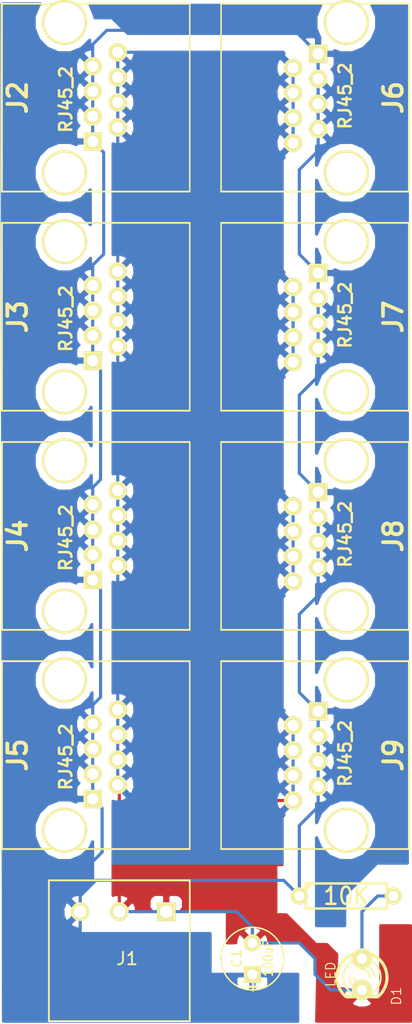
<source format=kicad_pcb>
(kicad_pcb (version 3) (host pcbnew "(22-Jun-2014 BZR 4027)-stable")

  (general
    (links 70)
    (no_connects 0)
    (area 22.530999 17.22501 56.209001 100.659001)
    (thickness 1.6)
    (drawings 0)
    (tracks 122)
    (zones 0)
    (modules 12)
    (nets 4)
  )

  (page A4 portrait)
  (title_block 
    (title Power)
    (rev 0)
  )

  (layers
    (15 F.Cu signal)
    (0 B.Cu signal)
    (16 B.Adhes user)
    (17 F.Adhes user)
    (18 B.Paste user)
    (19 F.Paste user)
    (20 B.SilkS user)
    (21 F.SilkS user)
    (22 B.Mask user)
    (23 F.Mask user)
    (24 Dwgs.User user)
    (25 Cmts.User user)
    (26 Eco1.User user)
    (27 Eco2.User user)
    (28 Edge.Cuts user)
  )

  (setup
    (last_trace_width 0.254)
    (trace_clearance 0.254)
    (zone_clearance 0.508)
    (zone_45_only no)
    (trace_min 0.254)
    (segment_width 0.2)
    (edge_width 0.1)
    (via_size 0.889)
    (via_drill 0.635)
    (via_min_size 0.889)
    (via_min_drill 0.508)
    (uvia_size 0.508)
    (uvia_drill 0.127)
    (uvias_allowed no)
    (uvia_min_size 0.508)
    (uvia_min_drill 0.127)
    (pcb_text_width 0.3)
    (pcb_text_size 1.5 1.5)
    (mod_edge_width 0.15)
    (mod_text_size 1 1)
    (mod_text_width 0.15)
    (pad_size 1.5 1.5)
    (pad_drill 0.6)
    (pad_to_mask_clearance 0)
    (aux_axis_origin 0 0)
    (visible_elements 7FFFFFFF)
    (pcbplotparams
      (layerselection 3178497)
      (usegerberextensions true)
      (excludeedgelayer true)
      (linewidth 0.150000)
      (plotframeref false)
      (viasonmask false)
      (mode 1)
      (useauxorigin false)
      (hpglpennumber 1)
      (hpglpenspeed 20)
      (hpglpendiameter 15)
      (hpglpenoverlay 2)
      (psnegative false)
      (psa4output false)
      (plotreference true)
      (plotvalue true)
      (plotothertext true)
      (plotinvisibletext false)
      (padsonsilk false)
      (subtractmaskfromsilk false)
      (outputformat 1)
      (mirror false)
      (drillshape 1)
      (scaleselection 1)
      (outputdirectory ""))
  )

  (net 0 "")
  (net 1 GND)
  (net 2 N-000001)
  (net 3 VCC)

  (net_class Default "This is the default net class."
    (clearance 0.254)
    (trace_width 0.254)
    (via_dia 0.889)
    (via_drill 0.635)
    (uvia_dia 0.508)
    (uvia_drill 0.127)
    (add_net "")
    (add_net GND)
    (add_net N-000001)
    (add_net VCC)
  )

  (module RJ45_8_io0 (layer F.Cu) (tedit 5E9D6976) (tstamp 5E9DF2B7)
    (at 27.94 25.4 270)
    (tags RJ45_8_io0)
    (path /5E9DA157)
    (fp_text reference J2 (at 0 3.81 270) (layer F.SilkS)
      (effects (font (size 1.524 1.524) (thickness 0.3048)))
    )
    (fp_text value RJ45_2 (at 0.14224 -0.1016 270) (layer F.SilkS)
      (effects (font (size 1.00076 1.00076) (thickness 0.2032)))
    )
    (fp_line (start 7.62 -10.16) (end 7.62 5.08) (layer F.SilkS) (width 0.15))
    (fp_line (start -7.62 5.08) (end 7.62 5.08) (layer F.SilkS) (width 0.15))
    (fp_line (start -7.62 -10.16) (end -7.62 5.08) (layer F.SilkS) (width 0.15))
    (fp_line (start 7.62 -10.16) (end -7.62 -10.16) (layer F.SilkS) (width 0.127))
    (pad Hole thru_hole circle (at 6.096 0 270) (size 3.64998 3.64998) (drill 3.2512)
      (layers *.Cu *.Mask F.SilkS)
    )
    (pad Hole thru_hole circle (at -6.096 0 270) (size 3.64998 3.64998) (drill 3.2512)
      (layers *.Cu *.Mask F.SilkS)
    )
    (pad 1 thru_hole rect (at 3.556 -2.286 90) (size 1.50114 1.50114) (drill 0.89916)
      (layers *.Cu *.Mask F.SilkS)
      (net 3 VCC)
    )
    (pad 2 thru_hole circle (at 2.413 -4.318 90) (size 1.50114 1.50114) (drill 0.89916)
      (layers *.Cu *.Mask F.SilkS)
      (net 1 GND)
    )
    (pad 3 thru_hole circle (at 1.524 -2.286 90) (size 1.50114 1.50114) (drill 0.89916)
      (layers *.Cu *.Mask F.SilkS)
      (net 3 VCC)
    )
    (pad 4 thru_hole circle (at 0.381 -4.318 90) (size 1.50114 1.50114) (drill 0.89916)
      (layers *.Cu *.Mask F.SilkS)
      (net 1 GND)
    )
    (pad 5 thru_hole circle (at -0.508 -2.286 90) (size 1.50114 1.50114) (drill 0.89916)
      (layers *.Cu *.Mask F.SilkS)
      (net 3 VCC)
    )
    (pad 6 thru_hole circle (at -1.651 -4.318 90) (size 1.50114 1.50114) (drill 0.89916)
      (layers *.Cu *.Mask F.SilkS)
      (net 1 GND)
    )
    (pad 7 thru_hole circle (at -2.54 -2.286 90) (size 1.50114 1.50114) (drill 0.89916)
      (layers *.Cu *.Mask F.SilkS)
      (net 3 VCC)
    )
    (pad 8 thru_hole circle (at -3.683 -4.318 90) (size 1.50114 1.50114) (drill 0.89916)
      (layers *.Cu *.Mask F.SilkS)
      (net 1 GND)
    )
    (model connectors/RJ45_8.wrl
      (at (xyz 0 0 0))
      (scale (xyz 0.4 0.4 0.4))
      (rotate (xyz 0 0 0))
    )
  )

  (module RJ45_8_io0 (layer F.Cu) (tedit 5E9D6976) (tstamp 5E9DF2C9)
    (at 27.94 43.18 270)
    (tags RJ45_8_io0)
    (path /5E9DA167)
    (fp_text reference J3 (at 0 3.81 270) (layer F.SilkS)
      (effects (font (size 1.524 1.524) (thickness 0.3048)))
    )
    (fp_text value RJ45_2 (at 0.14224 -0.1016 270) (layer F.SilkS)
      (effects (font (size 1.00076 1.00076) (thickness 0.2032)))
    )
    (fp_line (start 7.62 -10.16) (end 7.62 5.08) (layer F.SilkS) (width 0.15))
    (fp_line (start -7.62 5.08) (end 7.62 5.08) (layer F.SilkS) (width 0.15))
    (fp_line (start -7.62 -10.16) (end -7.62 5.08) (layer F.SilkS) (width 0.15))
    (fp_line (start 7.62 -10.16) (end -7.62 -10.16) (layer F.SilkS) (width 0.127))
    (pad Hole thru_hole circle (at 6.096 0 270) (size 3.64998 3.64998) (drill 3.2512)
      (layers *.Cu *.Mask F.SilkS)
    )
    (pad Hole thru_hole circle (at -6.096 0 270) (size 3.64998 3.64998) (drill 3.2512)
      (layers *.Cu *.Mask F.SilkS)
    )
    (pad 1 thru_hole rect (at 3.556 -2.286 90) (size 1.50114 1.50114) (drill 0.89916)
      (layers *.Cu *.Mask F.SilkS)
      (net 3 VCC)
    )
    (pad 2 thru_hole circle (at 2.413 -4.318 90) (size 1.50114 1.50114) (drill 0.89916)
      (layers *.Cu *.Mask F.SilkS)
      (net 1 GND)
    )
    (pad 3 thru_hole circle (at 1.524 -2.286 90) (size 1.50114 1.50114) (drill 0.89916)
      (layers *.Cu *.Mask F.SilkS)
      (net 3 VCC)
    )
    (pad 4 thru_hole circle (at 0.381 -4.318 90) (size 1.50114 1.50114) (drill 0.89916)
      (layers *.Cu *.Mask F.SilkS)
      (net 1 GND)
    )
    (pad 5 thru_hole circle (at -0.508 -2.286 90) (size 1.50114 1.50114) (drill 0.89916)
      (layers *.Cu *.Mask F.SilkS)
      (net 3 VCC)
    )
    (pad 6 thru_hole circle (at -1.651 -4.318 90) (size 1.50114 1.50114) (drill 0.89916)
      (layers *.Cu *.Mask F.SilkS)
      (net 1 GND)
    )
    (pad 7 thru_hole circle (at -2.54 -2.286 90) (size 1.50114 1.50114) (drill 0.89916)
      (layers *.Cu *.Mask F.SilkS)
      (net 3 VCC)
    )
    (pad 8 thru_hole circle (at -3.683 -4.318 90) (size 1.50114 1.50114) (drill 0.89916)
      (layers *.Cu *.Mask F.SilkS)
      (net 1 GND)
    )
    (model connectors/RJ45_8.wrl
      (at (xyz 0 0 0))
      (scale (xyz 0.4 0.4 0.4))
      (rotate (xyz 0 0 0))
    )
  )

  (module RJ45_8_io0 (layer F.Cu) (tedit 5E9D6976) (tstamp 5E9DF2DB)
    (at 27.94 60.96 270)
    (tags RJ45_8_io0)
    (path /5E9DA176)
    (fp_text reference J4 (at 0 3.81 270) (layer F.SilkS)
      (effects (font (size 1.524 1.524) (thickness 0.3048)))
    )
    (fp_text value RJ45_2 (at 0.14224 -0.1016 270) (layer F.SilkS)
      (effects (font (size 1.00076 1.00076) (thickness 0.2032)))
    )
    (fp_line (start 7.62 -10.16) (end 7.62 5.08) (layer F.SilkS) (width 0.15))
    (fp_line (start -7.62 5.08) (end 7.62 5.08) (layer F.SilkS) (width 0.15))
    (fp_line (start -7.62 -10.16) (end -7.62 5.08) (layer F.SilkS) (width 0.15))
    (fp_line (start 7.62 -10.16) (end -7.62 -10.16) (layer F.SilkS) (width 0.127))
    (pad Hole thru_hole circle (at 6.096 0 270) (size 3.64998 3.64998) (drill 3.2512)
      (layers *.Cu *.Mask F.SilkS)
    )
    (pad Hole thru_hole circle (at -6.096 0 270) (size 3.64998 3.64998) (drill 3.2512)
      (layers *.Cu *.Mask F.SilkS)
    )
    (pad 1 thru_hole rect (at 3.556 -2.286 90) (size 1.50114 1.50114) (drill 0.89916)
      (layers *.Cu *.Mask F.SilkS)
      (net 3 VCC)
    )
    (pad 2 thru_hole circle (at 2.413 -4.318 90) (size 1.50114 1.50114) (drill 0.89916)
      (layers *.Cu *.Mask F.SilkS)
      (net 1 GND)
    )
    (pad 3 thru_hole circle (at 1.524 -2.286 90) (size 1.50114 1.50114) (drill 0.89916)
      (layers *.Cu *.Mask F.SilkS)
      (net 3 VCC)
    )
    (pad 4 thru_hole circle (at 0.381 -4.318 90) (size 1.50114 1.50114) (drill 0.89916)
      (layers *.Cu *.Mask F.SilkS)
      (net 1 GND)
    )
    (pad 5 thru_hole circle (at -0.508 -2.286 90) (size 1.50114 1.50114) (drill 0.89916)
      (layers *.Cu *.Mask F.SilkS)
      (net 3 VCC)
    )
    (pad 6 thru_hole circle (at -1.651 -4.318 90) (size 1.50114 1.50114) (drill 0.89916)
      (layers *.Cu *.Mask F.SilkS)
      (net 1 GND)
    )
    (pad 7 thru_hole circle (at -2.54 -2.286 90) (size 1.50114 1.50114) (drill 0.89916)
      (layers *.Cu *.Mask F.SilkS)
      (net 3 VCC)
    )
    (pad 8 thru_hole circle (at -3.683 -4.318 90) (size 1.50114 1.50114) (drill 0.89916)
      (layers *.Cu *.Mask F.SilkS)
      (net 1 GND)
    )
    (model connectors/RJ45_8.wrl
      (at (xyz 0 0 0))
      (scale (xyz 0.4 0.4 0.4))
      (rotate (xyz 0 0 0))
    )
  )

  (module RJ45_8_io0 (layer F.Cu) (tedit 5E9D6976) (tstamp 5E9DF2ED)
    (at 27.94 78.74 270)
    (tags RJ45_8_io0)
    (path /5E9DA185)
    (fp_text reference J5 (at 0 3.81 270) (layer F.SilkS)
      (effects (font (size 1.524 1.524) (thickness 0.3048)))
    )
    (fp_text value RJ45_2 (at 0.14224 -0.1016 270) (layer F.SilkS)
      (effects (font (size 1.00076 1.00076) (thickness 0.2032)))
    )
    (fp_line (start 7.62 -10.16) (end 7.62 5.08) (layer F.SilkS) (width 0.15))
    (fp_line (start -7.62 5.08) (end 7.62 5.08) (layer F.SilkS) (width 0.15))
    (fp_line (start -7.62 -10.16) (end -7.62 5.08) (layer F.SilkS) (width 0.15))
    (fp_line (start 7.62 -10.16) (end -7.62 -10.16) (layer F.SilkS) (width 0.127))
    (pad Hole thru_hole circle (at 6.096 0 270) (size 3.64998 3.64998) (drill 3.2512)
      (layers *.Cu *.Mask F.SilkS)
    )
    (pad Hole thru_hole circle (at -6.096 0 270) (size 3.64998 3.64998) (drill 3.2512)
      (layers *.Cu *.Mask F.SilkS)
    )
    (pad 1 thru_hole rect (at 3.556 -2.286 90) (size 1.50114 1.50114) (drill 0.89916)
      (layers *.Cu *.Mask F.SilkS)
      (net 3 VCC)
    )
    (pad 2 thru_hole circle (at 2.413 -4.318 90) (size 1.50114 1.50114) (drill 0.89916)
      (layers *.Cu *.Mask F.SilkS)
      (net 1 GND)
    )
    (pad 3 thru_hole circle (at 1.524 -2.286 90) (size 1.50114 1.50114) (drill 0.89916)
      (layers *.Cu *.Mask F.SilkS)
      (net 3 VCC)
    )
    (pad 4 thru_hole circle (at 0.381 -4.318 90) (size 1.50114 1.50114) (drill 0.89916)
      (layers *.Cu *.Mask F.SilkS)
      (net 1 GND)
    )
    (pad 5 thru_hole circle (at -0.508 -2.286 90) (size 1.50114 1.50114) (drill 0.89916)
      (layers *.Cu *.Mask F.SilkS)
      (net 3 VCC)
    )
    (pad 6 thru_hole circle (at -1.651 -4.318 90) (size 1.50114 1.50114) (drill 0.89916)
      (layers *.Cu *.Mask F.SilkS)
      (net 1 GND)
    )
    (pad 7 thru_hole circle (at -2.54 -2.286 90) (size 1.50114 1.50114) (drill 0.89916)
      (layers *.Cu *.Mask F.SilkS)
      (net 3 VCC)
    )
    (pad 8 thru_hole circle (at -3.683 -4.318 90) (size 1.50114 1.50114) (drill 0.89916)
      (layers *.Cu *.Mask F.SilkS)
      (net 1 GND)
    )
    (model connectors/RJ45_8.wrl
      (at (xyz 0 0 0))
      (scale (xyz 0.4 0.4 0.4))
      (rotate (xyz 0 0 0))
    )
  )

  (module RJ45_8_io0 (layer F.Cu) (tedit 5E9D6976) (tstamp 5E9DF2FF)
    (at 50.8 25.4 90)
    (tags RJ45_8_io0)
    (path /5E9DA194)
    (fp_text reference J6 (at 0 3.81 90) (layer F.SilkS)
      (effects (font (size 1.524 1.524) (thickness 0.3048)))
    )
    (fp_text value RJ45_2 (at 0.14224 -0.1016 90) (layer F.SilkS)
      (effects (font (size 1.00076 1.00076) (thickness 0.2032)))
    )
    (fp_line (start 7.62 -10.16) (end 7.62 5.08) (layer F.SilkS) (width 0.15))
    (fp_line (start -7.62 5.08) (end 7.62 5.08) (layer F.SilkS) (width 0.15))
    (fp_line (start -7.62 -10.16) (end -7.62 5.08) (layer F.SilkS) (width 0.15))
    (fp_line (start 7.62 -10.16) (end -7.62 -10.16) (layer F.SilkS) (width 0.127))
    (pad Hole thru_hole circle (at 6.096 0 90) (size 3.64998 3.64998) (drill 3.2512)
      (layers *.Cu *.Mask F.SilkS)
    )
    (pad Hole thru_hole circle (at -6.096 0 90) (size 3.64998 3.64998) (drill 3.2512)
      (layers *.Cu *.Mask F.SilkS)
    )
    (pad 1 thru_hole rect (at 3.556 -2.286 270) (size 1.50114 1.50114) (drill 0.89916)
      (layers *.Cu *.Mask F.SilkS)
      (net 3 VCC)
    )
    (pad 2 thru_hole circle (at 2.413 -4.318 270) (size 1.50114 1.50114) (drill 0.89916)
      (layers *.Cu *.Mask F.SilkS)
      (net 1 GND)
    )
    (pad 3 thru_hole circle (at 1.524 -2.286 270) (size 1.50114 1.50114) (drill 0.89916)
      (layers *.Cu *.Mask F.SilkS)
      (net 3 VCC)
    )
    (pad 4 thru_hole circle (at 0.381 -4.318 270) (size 1.50114 1.50114) (drill 0.89916)
      (layers *.Cu *.Mask F.SilkS)
      (net 1 GND)
    )
    (pad 5 thru_hole circle (at -0.508 -2.286 270) (size 1.50114 1.50114) (drill 0.89916)
      (layers *.Cu *.Mask F.SilkS)
      (net 3 VCC)
    )
    (pad 6 thru_hole circle (at -1.651 -4.318 270) (size 1.50114 1.50114) (drill 0.89916)
      (layers *.Cu *.Mask F.SilkS)
      (net 1 GND)
    )
    (pad 7 thru_hole circle (at -2.54 -2.286 270) (size 1.50114 1.50114) (drill 0.89916)
      (layers *.Cu *.Mask F.SilkS)
      (net 3 VCC)
    )
    (pad 8 thru_hole circle (at -3.683 -4.318 270) (size 1.50114 1.50114) (drill 0.89916)
      (layers *.Cu *.Mask F.SilkS)
      (net 1 GND)
    )
    (model connectors/RJ45_8.wrl
      (at (xyz 0 0 0))
      (scale (xyz 0.4 0.4 0.4))
      (rotate (xyz 0 0 0))
    )
  )

  (module RJ45_8_io0 (layer F.Cu) (tedit 5E9D6976) (tstamp 5E9DF311)
    (at 50.8 43.18 90)
    (tags RJ45_8_io0)
    (path /5E9DA1A3)
    (fp_text reference J7 (at 0 3.81 90) (layer F.SilkS)
      (effects (font (size 1.524 1.524) (thickness 0.3048)))
    )
    (fp_text value RJ45_2 (at 0.14224 -0.1016 90) (layer F.SilkS)
      (effects (font (size 1.00076 1.00076) (thickness 0.2032)))
    )
    (fp_line (start 7.62 -10.16) (end 7.62 5.08) (layer F.SilkS) (width 0.15))
    (fp_line (start -7.62 5.08) (end 7.62 5.08) (layer F.SilkS) (width 0.15))
    (fp_line (start -7.62 -10.16) (end -7.62 5.08) (layer F.SilkS) (width 0.15))
    (fp_line (start 7.62 -10.16) (end -7.62 -10.16) (layer F.SilkS) (width 0.127))
    (pad Hole thru_hole circle (at 6.096 0 90) (size 3.64998 3.64998) (drill 3.2512)
      (layers *.Cu *.Mask F.SilkS)
    )
    (pad Hole thru_hole circle (at -6.096 0 90) (size 3.64998 3.64998) (drill 3.2512)
      (layers *.Cu *.Mask F.SilkS)
    )
    (pad 1 thru_hole rect (at 3.556 -2.286 270) (size 1.50114 1.50114) (drill 0.89916)
      (layers *.Cu *.Mask F.SilkS)
      (net 3 VCC)
    )
    (pad 2 thru_hole circle (at 2.413 -4.318 270) (size 1.50114 1.50114) (drill 0.89916)
      (layers *.Cu *.Mask F.SilkS)
      (net 1 GND)
    )
    (pad 3 thru_hole circle (at 1.524 -2.286 270) (size 1.50114 1.50114) (drill 0.89916)
      (layers *.Cu *.Mask F.SilkS)
      (net 3 VCC)
    )
    (pad 4 thru_hole circle (at 0.381 -4.318 270) (size 1.50114 1.50114) (drill 0.89916)
      (layers *.Cu *.Mask F.SilkS)
      (net 1 GND)
    )
    (pad 5 thru_hole circle (at -0.508 -2.286 270) (size 1.50114 1.50114) (drill 0.89916)
      (layers *.Cu *.Mask F.SilkS)
      (net 3 VCC)
    )
    (pad 6 thru_hole circle (at -1.651 -4.318 270) (size 1.50114 1.50114) (drill 0.89916)
      (layers *.Cu *.Mask F.SilkS)
      (net 1 GND)
    )
    (pad 7 thru_hole circle (at -2.54 -2.286 270) (size 1.50114 1.50114) (drill 0.89916)
      (layers *.Cu *.Mask F.SilkS)
      (net 3 VCC)
    )
    (pad 8 thru_hole circle (at -3.683 -4.318 270) (size 1.50114 1.50114) (drill 0.89916)
      (layers *.Cu *.Mask F.SilkS)
      (net 1 GND)
    )
    (model connectors/RJ45_8.wrl
      (at (xyz 0 0 0))
      (scale (xyz 0.4 0.4 0.4))
      (rotate (xyz 0 0 0))
    )
  )

  (module RJ45_8_io0 (layer F.Cu) (tedit 5E9D6976) (tstamp 5E9DF323)
    (at 50.8 60.96 90)
    (tags RJ45_8_io0)
    (path /5E9DA1B2)
    (fp_text reference J8 (at 0 3.81 90) (layer F.SilkS)
      (effects (font (size 1.524 1.524) (thickness 0.3048)))
    )
    (fp_text value RJ45_2 (at 0.14224 -0.1016 90) (layer F.SilkS)
      (effects (font (size 1.00076 1.00076) (thickness 0.2032)))
    )
    (fp_line (start 7.62 -10.16) (end 7.62 5.08) (layer F.SilkS) (width 0.15))
    (fp_line (start -7.62 5.08) (end 7.62 5.08) (layer F.SilkS) (width 0.15))
    (fp_line (start -7.62 -10.16) (end -7.62 5.08) (layer F.SilkS) (width 0.15))
    (fp_line (start 7.62 -10.16) (end -7.62 -10.16) (layer F.SilkS) (width 0.127))
    (pad Hole thru_hole circle (at 6.096 0 90) (size 3.64998 3.64998) (drill 3.2512)
      (layers *.Cu *.Mask F.SilkS)
    )
    (pad Hole thru_hole circle (at -6.096 0 90) (size 3.64998 3.64998) (drill 3.2512)
      (layers *.Cu *.Mask F.SilkS)
    )
    (pad 1 thru_hole rect (at 3.556 -2.286 270) (size 1.50114 1.50114) (drill 0.89916)
      (layers *.Cu *.Mask F.SilkS)
      (net 3 VCC)
    )
    (pad 2 thru_hole circle (at 2.413 -4.318 270) (size 1.50114 1.50114) (drill 0.89916)
      (layers *.Cu *.Mask F.SilkS)
      (net 1 GND)
    )
    (pad 3 thru_hole circle (at 1.524 -2.286 270) (size 1.50114 1.50114) (drill 0.89916)
      (layers *.Cu *.Mask F.SilkS)
      (net 3 VCC)
    )
    (pad 4 thru_hole circle (at 0.381 -4.318 270) (size 1.50114 1.50114) (drill 0.89916)
      (layers *.Cu *.Mask F.SilkS)
      (net 1 GND)
    )
    (pad 5 thru_hole circle (at -0.508 -2.286 270) (size 1.50114 1.50114) (drill 0.89916)
      (layers *.Cu *.Mask F.SilkS)
      (net 3 VCC)
    )
    (pad 6 thru_hole circle (at -1.651 -4.318 270) (size 1.50114 1.50114) (drill 0.89916)
      (layers *.Cu *.Mask F.SilkS)
      (net 1 GND)
    )
    (pad 7 thru_hole circle (at -2.54 -2.286 270) (size 1.50114 1.50114) (drill 0.89916)
      (layers *.Cu *.Mask F.SilkS)
      (net 3 VCC)
    )
    (pad 8 thru_hole circle (at -3.683 -4.318 270) (size 1.50114 1.50114) (drill 0.89916)
      (layers *.Cu *.Mask F.SilkS)
      (net 1 GND)
    )
    (model connectors/RJ45_8.wrl
      (at (xyz 0 0 0))
      (scale (xyz 0.4 0.4 0.4))
      (rotate (xyz 0 0 0))
    )
  )

  (module RJ45_8_io0 (layer F.Cu) (tedit 5E9D6976) (tstamp 5E9DF335)
    (at 50.8 78.74 90)
    (tags RJ45_8_io0)
    (path /5E9DA1C1)
    (fp_text reference J9 (at 0 3.81 90) (layer F.SilkS)
      (effects (font (size 1.524 1.524) (thickness 0.3048)))
    )
    (fp_text value RJ45_2 (at 0.14224 -0.1016 90) (layer F.SilkS)
      (effects (font (size 1.00076 1.00076) (thickness 0.2032)))
    )
    (fp_line (start 7.62 -10.16) (end 7.62 5.08) (layer F.SilkS) (width 0.15))
    (fp_line (start -7.62 5.08) (end 7.62 5.08) (layer F.SilkS) (width 0.15))
    (fp_line (start -7.62 -10.16) (end -7.62 5.08) (layer F.SilkS) (width 0.15))
    (fp_line (start 7.62 -10.16) (end -7.62 -10.16) (layer F.SilkS) (width 0.127))
    (pad Hole thru_hole circle (at 6.096 0 90) (size 3.64998 3.64998) (drill 3.2512)
      (layers *.Cu *.Mask F.SilkS)
    )
    (pad Hole thru_hole circle (at -6.096 0 90) (size 3.64998 3.64998) (drill 3.2512)
      (layers *.Cu *.Mask F.SilkS)
    )
    (pad 1 thru_hole rect (at 3.556 -2.286 270) (size 1.50114 1.50114) (drill 0.89916)
      (layers *.Cu *.Mask F.SilkS)
      (net 3 VCC)
    )
    (pad 2 thru_hole circle (at 2.413 -4.318 270) (size 1.50114 1.50114) (drill 0.89916)
      (layers *.Cu *.Mask F.SilkS)
      (net 1 GND)
    )
    (pad 3 thru_hole circle (at 1.524 -2.286 270) (size 1.50114 1.50114) (drill 0.89916)
      (layers *.Cu *.Mask F.SilkS)
      (net 3 VCC)
    )
    (pad 4 thru_hole circle (at 0.381 -4.318 270) (size 1.50114 1.50114) (drill 0.89916)
      (layers *.Cu *.Mask F.SilkS)
      (net 1 GND)
    )
    (pad 5 thru_hole circle (at -0.508 -2.286 270) (size 1.50114 1.50114) (drill 0.89916)
      (layers *.Cu *.Mask F.SilkS)
      (net 3 VCC)
    )
    (pad 6 thru_hole circle (at -1.651 -4.318 270) (size 1.50114 1.50114) (drill 0.89916)
      (layers *.Cu *.Mask F.SilkS)
      (net 1 GND)
    )
    (pad 7 thru_hole circle (at -2.54 -2.286 270) (size 1.50114 1.50114) (drill 0.89916)
      (layers *.Cu *.Mask F.SilkS)
      (net 3 VCC)
    )
    (pad 8 thru_hole circle (at -3.683 -4.318 270) (size 1.50114 1.50114) (drill 0.89916)
      (layers *.Cu *.Mask F.SilkS)
      (net 1 GND)
    )
    (model connectors/RJ45_8.wrl
      (at (xyz 0 0 0))
      (scale (xyz 0.4 0.4 0.4))
      (rotate (xyz 0 0 0))
    )
  )

  (module R3 (layer F.Cu) (tedit 5E9DA7D6) (tstamp 5E9DF343)
    (at 50.8 90.17)
    (descr "Resitance 3 pas")
    (tags R)
    (path /5E9DAEA8)
    (autoplace_cost180 10)
    (fp_text reference R1 (at 0 0.127) (layer F.SilkS) hide
      (effects (font (size 1.397 1.27) (thickness 0.2032)))
    )
    (fp_text value 10K (at 0 0) (layer F.SilkS)
      (effects (font (size 1.397 1.27) (thickness 0.2032)))
    )
    (fp_line (start -3.81 0) (end -3.302 0) (layer F.SilkS) (width 0.2032))
    (fp_line (start 3.81 0) (end 3.302 0) (layer F.SilkS) (width 0.2032))
    (fp_line (start 3.302 0) (end 3.302 -1.016) (layer F.SilkS) (width 0.2032))
    (fp_line (start 3.302 -1.016) (end -3.302 -1.016) (layer F.SilkS) (width 0.2032))
    (fp_line (start -3.302 -1.016) (end -3.302 1.016) (layer F.SilkS) (width 0.2032))
    (fp_line (start -3.302 1.016) (end 3.302 1.016) (layer F.SilkS) (width 0.2032))
    (fp_line (start 3.302 1.016) (end 3.302 0) (layer F.SilkS) (width 0.2032))
    (fp_line (start -3.302 -0.508) (end -2.794 -1.016) (layer F.SilkS) (width 0.2032))
    (pad 1 thru_hole circle (at -3.81 0) (size 1.397 1.397) (drill 0.8128)
      (layers *.Cu *.Mask F.SilkS)
      (net 3 VCC)
    )
    (pad 2 thru_hole circle (at 3.81 0) (size 1.397 1.397) (drill 0.8128)
      (layers *.Cu *.Mask F.SilkS)
      (net 2 N-000001)
    )
    (model discret/resistor.wrl
      (at (xyz 0 0 0))
      (scale (xyz 0.3 0.3 0.3))
      (rotate (xyz 0 0 0))
    )
  )

  (module POWER_JACK_1 (layer F.Cu) (tedit 5E9DA6B7) (tstamp 5E9DF34E)
    (at 31.75 93.98 180)
    (descr "Connecteur 3 pins")
    (tags "CONN DEV")
    (path /5E9DA121)
    (fp_text reference J1 (at -1.27 -1.27 180) (layer F.SilkS)
      (effects (font (size 1.016 1.016) (thickness 0.1524)))
    )
    (fp_text value JACK_2P (at -1.27 -3.81 180) (layer F.SilkS) hide
      (effects (font (size 1.016 1.016) (thickness 0.1524)))
    )
    (fp_line (start -6.35 5.08) (end 5.08 5.08) (layer F.SilkS) (width 0.15))
    (fp_line (start 5.08 5.08) (end 5.08 -6.35) (layer F.SilkS) (width 0.15))
    (fp_line (start 5.08 -6.35) (end -6.35 -6.35) (layer F.SilkS) (width 0.15))
    (fp_line (start -6.35 -6.35) (end -6.35 5.08) (layer F.SilkS) (width 0.15))
    (pad 1 thru_hole rect (at -4.445 2.54 180) (size 1.524 1.524) (drill 1.016)
      (layers *.Cu *.Mask F.SilkS)
      (net 1 GND)
    )
    (pad 2 thru_hole circle (at -0.635 2.54 180) (size 1.524 1.524) (drill 1.016)
      (layers *.Cu *.Mask F.SilkS)
      (net 1 GND)
    )
    (pad 3 thru_hole circle (at 2.54 2.54 180) (size 1.524 1.524) (drill 1.016)
      (layers *.Cu *.Mask F.SilkS)
      (net 3 VCC)
    )
  )

  (module LED-3MM (layer F.Cu) (tedit 50ADE848) (tstamp 5E9DF367)
    (at 52.07 96.52 270)
    (descr "LED 3mm - Lead pitch 100mil (2,54mm)")
    (tags "LED led 3mm 3MM 100mil 2,54mm")
    (path /5E9DAEC6)
    (fp_text reference D1 (at 1.778 -2.794 270) (layer F.SilkS)
      (effects (font (size 0.762 0.762) (thickness 0.0889)))
    )
    (fp_text value LED (at 0 2.54 270) (layer F.SilkS)
      (effects (font (size 0.762 0.762) (thickness 0.0889)))
    )
    (fp_line (start 1.8288 1.27) (end 1.8288 -1.27) (layer F.SilkS) (width 0.254))
    (fp_arc (start 0.254 0) (end -1.27 0) (angle 39.8) (layer F.SilkS) (width 0.1524))
    (fp_arc (start 0.254 0) (end -0.88392 1.01092) (angle 41.6) (layer F.SilkS) (width 0.1524))
    (fp_arc (start 0.254 0) (end 1.4097 -0.9906) (angle 40.6) (layer F.SilkS) (width 0.1524))
    (fp_arc (start 0.254 0) (end 1.778 0) (angle 39.8) (layer F.SilkS) (width 0.1524))
    (fp_arc (start 0.254 0) (end 0.254 -1.524) (angle 54.4) (layer F.SilkS) (width 0.1524))
    (fp_arc (start 0.254 0) (end -0.9652 -0.9144) (angle 53.1) (layer F.SilkS) (width 0.1524))
    (fp_arc (start 0.254 0) (end 1.45542 0.93472) (angle 52.1) (layer F.SilkS) (width 0.1524))
    (fp_arc (start 0.254 0) (end 0.254 1.524) (angle 52.1) (layer F.SilkS) (width 0.1524))
    (fp_arc (start 0.254 0) (end -0.381 0) (angle 90) (layer F.SilkS) (width 0.1524))
    (fp_arc (start 0.254 0) (end -0.762 0) (angle 90) (layer F.SilkS) (width 0.1524))
    (fp_arc (start 0.254 0) (end 0.889 0) (angle 90) (layer F.SilkS) (width 0.1524))
    (fp_arc (start 0.254 0) (end 1.27 0) (angle 90) (layer F.SilkS) (width 0.1524))
    (fp_arc (start 0.254 0) (end 0.254 -2.032) (angle 50.1) (layer F.SilkS) (width 0.254))
    (fp_arc (start 0.254 0) (end -1.5367 -0.95504) (angle 61.9) (layer F.SilkS) (width 0.254))
    (fp_arc (start 0.254 0) (end 1.8034 1.31064) (angle 49.7) (layer F.SilkS) (width 0.254))
    (fp_arc (start 0.254 0) (end 0.254 2.032) (angle 60.2) (layer F.SilkS) (width 0.254))
    (fp_arc (start 0.254 0) (end -1.778 0) (angle 28.3) (layer F.SilkS) (width 0.254))
    (fp_arc (start 0.254 0) (end -1.47574 1.06426) (angle 31.6) (layer F.SilkS) (width 0.254))
    (pad 1 thru_hole circle (at -1.27 0 270) (size 1.6764 1.6764) (drill 0.8128)
      (layers *.Cu *.Mask F.SilkS)
      (net 2 N-000001)
    )
    (pad 2 thru_hole circle (at 1.27 0 270) (size 1.6764 1.6764) (drill 0.8128)
      (layers *.Cu *.Mask F.SilkS)
      (net 1 GND)
    )
    (model discret/leds/led3_vertical_verde.wrl
      (at (xyz 0 0 0))
      (scale (xyz 1 1 1))
      (rotate (xyz 0 0 0))
    )
  )

  (module C1V5 (layer F.Cu) (tedit 5E9DA83E) (tstamp 5E9DF36F)
    (at 43.18 95.25 90)
    (descr "Condensateur e = 1 pas")
    (tags C)
    (path /5E9DAEB7)
    (fp_text reference C1 (at 0 -1.26746 90) (layer F.SilkS)
      (effects (font (size 0.762 0.762) (thickness 0.127)))
    )
    (fp_text value 100uF (at 0 1.27 90) (layer F.SilkS)
      (effects (font (size 0.762 0.635) (thickness 0.127)))
    )
    (fp_text user + (at -2.286 0 90) (layer F.SilkS)
      (effects (font (size 0.762 0.762) (thickness 0.2032)))
    )
    (fp_circle (center 0 0) (end 0.127 -2.54) (layer F.SilkS) (width 0.127))
    (pad 1 thru_hole rect (at -1.27 0 90) (size 1.397 1.397) (drill 0.8128)
      (layers *.Cu *.Mask F.SilkS)
      (net 3 VCC)
    )
    (pad 2 thru_hole circle (at 1.27 0 90) (size 1.397 1.397) (drill 0.8128)
      (layers *.Cu *.Mask F.SilkS)
      (net 1 GND)
    )
    (model discret/c_vert_c1v5.wrl
      (at (xyz 0 0 0))
      (scale (xyz 1 1 1))
      (rotate (xyz 0 0 0))
    )
  )

  (segment (start 46.482 46.863) (end 46.482 44.831) (width 0.254) (layer B.Cu) (net 1))
  (segment (start 46.482 44.831) (end 46.482 42.799) (width 0.254) (layer B.Cu) (net 1) (tstamp 5E9DE25E))
  (segment (start 46.482 22.987) (end 46.482 25.019) (width 0.254) (layer B.Cu) (net 1))
  (segment (start 46.482 25.019) (end 46.482 27.051) (width 0.254) (layer B.Cu) (net 1) (tstamp 5E9DE234))
  (segment (start 46.482 27.051) (end 46.482 29.083) (width 0.254) (layer B.Cu) (net 1) (tstamp 5E9DE236))
  (segment (start 46.482 76.327) (end 45.466 75.311) (width 0.254) (layer B.Cu) (net 1) (tstamp 5E9DDDD9))
  (segment (start 45.466 65.659) (end 46.482 64.643) (width 0.254) (layer B.Cu) (net 1) (tstamp 5E9DDDE5))
  (segment (start 45.466 75.311) (end 45.466 65.659) (width 0.254) (layer B.Cu) (net 1) (tstamp 5E9DDDDA))
  (segment (start 36.195 91.44) (end 36.195 86.106) (width 0.254) (layer F.Cu) (net 1))
  (segment (start 39.878 82.423) (end 46.482 82.423) (width 0.254) (layer F.Cu) (net 1) (tstamp 5E9DDEF5))
  (segment (start 36.195 86.106) (end 39.878 82.423) (width 0.254) (layer F.Cu) (net 1) (tstamp 5E9DDEEE))
  (segment (start 32.385 91.44) (end 32.385 81.28) (width 0.254) (layer F.Cu) (net 1))
  (segment (start 32.385 81.28) (end 32.258 81.153) (width 0.254) (layer F.Cu) (net 1) (tstamp 5E9DDEE5))
  (segment (start 46.482 82.423) (end 46.482 80.391) (width 0.254) (layer B.Cu) (net 1))
  (segment (start 46.482 80.391) (end 46.482 78.359) (width 0.254) (layer B.Cu) (net 1) (tstamp 5E9DDDD7))
  (segment (start 46.482 78.359) (end 46.482 76.327) (width 0.254) (layer B.Cu) (net 1) (tstamp 5E9DDDD8))
  (segment (start 46.482 64.643) (end 46.482 62.611) (width 0.254) (layer B.Cu) (net 1) (tstamp 5E9DDDE7))
  (segment (start 46.482 62.611) (end 46.482 60.579) (width 0.254) (layer B.Cu) (net 1) (tstamp 5E9DDDE9))
  (segment (start 46.482 60.579) (end 46.482 58.547) (width 0.254) (layer B.Cu) (net 1) (tstamp 5E9DDDEB))
  (segment (start 46.482 58.547) (end 45.593 57.658) (width 0.254) (layer B.Cu) (net 1) (tstamp 5E9DDDEC))
  (segment (start 45.593 57.658) (end 45.593 47.752) (width 0.254) (layer B.Cu) (net 1) (tstamp 5E9DDDED))
  (segment (start 45.593 47.752) (end 46.482 46.863) (width 0.254) (layer B.Cu) (net 1) (tstamp 5E9DDDFC))
  (segment (start 46.482 42.799) (end 46.482 40.767) (width 0.254) (layer B.Cu) (net 1) (tstamp 5E9DDDFF))
  (segment (start 46.482 40.767) (end 45.593 39.878) (width 0.254) (layer B.Cu) (net 1) (tstamp 5E9DDE00))
  (segment (start 45.593 39.878) (end 45.593 29.972) (width 0.254) (layer B.Cu) (net 1) (tstamp 5E9DDE01))
  (segment (start 45.593 29.972) (end 46.482 29.083) (width 0.254) (layer B.Cu) (net 1) (tstamp 5E9DDE09))
  (segment (start 46.482 22.987) (end 45.212 21.717) (width 0.254) (layer B.Cu) (net 1) (tstamp 5E9DDE0C))
  (segment (start 45.212 21.717) (end 32.258 21.717) (width 0.254) (layer B.Cu) (net 1) (tstamp 5E9DDE0D))
  (segment (start 32.258 21.717) (end 32.258 23.749) (width 0.254) (layer B.Cu) (net 1) (tstamp 5E9DDE15))
  (segment (start 32.258 23.749) (end 32.258 25.781) (width 0.254) (layer B.Cu) (net 1) (tstamp 5E9DDE16))
  (segment (start 32.258 25.781) (end 32.258 27.813) (width 0.254) (layer B.Cu) (net 1) (tstamp 5E9DDE18))
  (segment (start 32.258 27.813) (end 32.258 39.497) (width 0.254) (layer B.Cu) (net 1) (tstamp 5E9DDE19))
  (segment (start 32.258 39.497) (end 32.258 41.529) (width 0.254) (layer B.Cu) (net 1) (tstamp 5E9DDE1B))
  (segment (start 32.258 41.529) (end 32.258 43.561) (width 0.254) (layer B.Cu) (net 1) (tstamp 5E9DDE1E))
  (segment (start 32.258 43.561) (end 32.258 45.593) (width 0.254) (layer B.Cu) (net 1) (tstamp 5E9DDE1F))
  (segment (start 32.258 45.593) (end 32.258 57.277) (width 0.254) (layer B.Cu) (net 1) (tstamp 5E9DDE20))
  (segment (start 32.258 57.277) (end 32.258 59.309) (width 0.254) (layer B.Cu) (net 1) (tstamp 5E9DDE21))
  (segment (start 32.258 59.309) (end 32.258 61.341) (width 0.254) (layer B.Cu) (net 1) (tstamp 5E9DDE23))
  (segment (start 32.258 61.341) (end 32.258 63.373) (width 0.254) (layer B.Cu) (net 1) (tstamp 5E9DDE29))
  (segment (start 32.258 63.373) (end 32.258 75.057) (width 0.254) (layer B.Cu) (net 1) (tstamp 5E9DDE2A))
  (segment (start 32.258 75.057) (end 32.258 77.089) (width 0.254) (layer B.Cu) (net 1) (tstamp 5E9DDE2B))
  (segment (start 32.258 77.089) (end 32.258 79.121) (width 0.254) (layer B.Cu) (net 1) (tstamp 5E9DDE2E))
  (segment (start 32.258 79.121) (end 32.258 81.153) (width 0.254) (layer B.Cu) (net 1) (tstamp 5E9DDE30))
  (segment (start 36.195 91.44) (end 32.385 91.44) (width 0.254) (layer B.Cu) (net 1))
  (segment (start 36.195 91.44) (end 41.91 91.44) (width 0.254) (layer B.Cu) (net 1))
  (segment (start 43.18 92.71) (end 43.18 93.98) (width 0.254) (layer B.Cu) (net 1) (tstamp 5E9DDC29))
  (segment (start 41.91 91.44) (end 43.18 92.71) (width 0.254) (layer B.Cu) (net 1) (tstamp 5E9DDC1E))
  (segment (start 43.18 93.98) (end 46.99 93.98) (width 0.254) (layer B.Cu) (net 1) (tstamp 5E9DDC2A))
  (segment (start 46.99 93.98) (end 48.26 95.25) (width 0.254) (layer B.Cu) (net 1) (tstamp 5E9DDC2C))
  (segment (start 48.26 95.25) (end 48.26 96.52) (width 0.254) (layer B.Cu) (net 1) (tstamp 5E9DDC3F))
  (segment (start 48.26 96.52) (end 49.53 97.79) (width 0.254) (layer B.Cu) (net 1) (tstamp 5E9DDC46))
  (segment (start 49.53 97.79) (end 52.07 97.79) (width 0.254) (layer B.Cu) (net 1) (tstamp 5E9DDC48))
  (segment (start 52.07 95.25) (end 52.07 91.44) (width 0.254) (layer B.Cu) (net 2))
  (segment (start 53.34 90.17) (end 54.61 90.17) (width 0.254) (layer B.Cu) (net 2) (tstamp 5E9DDCBE))
  (segment (start 52.07 91.44) (end 53.34 90.17) (width 0.254) (layer B.Cu) (net 2) (tstamp 5E9DDCBB))
  (segment (start 30.226 60.452) (end 30.226 62.484) (width 0.254) (layer B.Cu) (net 3))
  (segment (start 30.226 62.484) (end 30.226 64.516) (width 0.254) (layer B.Cu) (net 3) (tstamp 5E9DE302))
  (segment (start 30.226 78.232) (end 30.226 80.264) (width 0.254) (layer B.Cu) (net 3))
  (segment (start 30.226 80.264) (end 30.226 82.296) (width 0.254) (layer B.Cu) (net 3) (tstamp 5E9DE2E9))
  (segment (start 30.226 42.672) (end 30.226 44.704) (width 0.254) (layer B.Cu) (net 3))
  (segment (start 30.226 44.704) (end 30.226 46.736) (width 0.254) (layer B.Cu) (net 3) (tstamp 5E9DE2D4))
  (segment (start 30.226 24.892) (end 30.226 26.924) (width 0.254) (layer B.Cu) (net 3))
  (segment (start 30.226 26.924) (end 30.226 28.956) (width 0.254) (layer B.Cu) (net 3) (tstamp 5E9DE2BA))
  (segment (start 48.514 79.248) (end 48.514 81.28) (width 0.254) (layer B.Cu) (net 3))
  (segment (start 48.514 81.28) (end 48.514 82.931) (width 0.254) (layer B.Cu) (net 3) (tstamp 5E9DE289))
  (segment (start 46.99 84.455) (end 46.99 90.17) (width 0.254) (layer B.Cu) (net 3) (tstamp 5E9DE292))
  (segment (start 48.514 82.931) (end 46.99 84.455) (width 0.254) (layer B.Cu) (net 3) (tstamp 5E9DE28C))
  (segment (start 29.21 91.44) (end 29.21 88.392) (width 0.254) (layer B.Cu) (net 3))
  (segment (start 30.988 83.058) (end 30.226 82.296) (width 0.254) (layer B.Cu) (net 3) (tstamp 5E9DDE4C))
  (segment (start 30.988 86.614) (end 30.988 83.058) (width 0.254) (layer B.Cu) (net 3) (tstamp 5E9DDE49))
  (segment (start 29.21 88.392) (end 30.988 86.614) (width 0.254) (layer B.Cu) (net 3) (tstamp 5E9DDE3E))
  (segment (start 30.226 78.232) (end 30.226 76.2) (width 0.254) (layer B.Cu) (net 3) (tstamp 5E9DDE4E))
  (segment (start 30.226 76.2) (end 30.226 74.676) (width 0.254) (layer B.Cu) (net 3) (tstamp 5E9DDE4F))
  (segment (start 30.226 74.676) (end 30.861 74.041) (width 0.254) (layer B.Cu) (net 3) (tstamp 5E9DDE51))
  (segment (start 30.861 74.041) (end 30.861 65.151) (width 0.254) (layer B.Cu) (net 3) (tstamp 5E9DDE56))
  (segment (start 30.861 65.151) (end 30.226 64.516) (width 0.254) (layer B.Cu) (net 3) (tstamp 5E9DDE68))
  (segment (start 30.226 60.452) (end 30.226 58.42) (width 0.254) (layer B.Cu) (net 3) (tstamp 5E9DDE6D))
  (segment (start 30.226 58.42) (end 30.226 57.023) (width 0.254) (layer B.Cu) (net 3) (tstamp 5E9DDE6E))
  (segment (start 30.226 57.023) (end 30.861 56.388) (width 0.254) (layer B.Cu) (net 3) (tstamp 5E9DDE6F))
  (segment (start 30.861 56.388) (end 30.861 47.371) (width 0.254) (layer B.Cu) (net 3) (tstamp 5E9DDE76))
  (segment (start 30.861 47.371) (end 30.226 46.736) (width 0.254) (layer B.Cu) (net 3) (tstamp 5E9DDE81))
  (segment (start 30.226 42.672) (end 30.226 40.64) (width 0.254) (layer B.Cu) (net 3) (tstamp 5E9DDE84))
  (segment (start 30.226 40.64) (end 30.226 38.989) (width 0.254) (layer B.Cu) (net 3) (tstamp 5E9DDE85))
  (segment (start 30.226 38.989) (end 31.115 38.1) (width 0.254) (layer B.Cu) (net 3) (tstamp 5E9DDE86))
  (segment (start 31.115 38.1) (end 31.115 29.845) (width 0.254) (layer B.Cu) (net 3) (tstamp 5E9DDE8E))
  (segment (start 31.115 29.845) (end 30.226 28.956) (width 0.254) (layer B.Cu) (net 3) (tstamp 5E9DDE96))
  (segment (start 30.226 24.892) (end 30.226 22.86) (width 0.254) (layer B.Cu) (net 3) (tstamp 5E9DDE99))
  (segment (start 30.226 22.86) (end 30.226 21.336) (width 0.254) (layer B.Cu) (net 3) (tstamp 5E9DDE9A))
  (segment (start 30.226 21.336) (end 30.226 21.082) (width 0.254) (layer B.Cu) (net 3) (tstamp 5E9DDE9B))
  (segment (start 30.226 21.082) (end 31.369 19.939) (width 0.254) (layer B.Cu) (net 3) (tstamp 5E9DDE9F))
  (segment (start 31.369 19.939) (end 46.609 19.939) (width 0.254) (layer B.Cu) (net 3) (tstamp 5E9DDEA4))
  (segment (start 46.609 19.939) (end 48.514 21.844) (width 0.254) (layer B.Cu) (net 3) (tstamp 5E9DDEAB))
  (segment (start 48.514 79.248) (end 48.514 77.216) (width 0.254) (layer B.Cu) (net 3) (tstamp 5E9DDCE2))
  (segment (start 48.514 77.216) (end 48.514 75.184) (width 0.254) (layer B.Cu) (net 3) (tstamp 5E9DDCE3))
  (segment (start 48.514 75.184) (end 46.99 73.66) (width 0.254) (layer B.Cu) (net 3) (tstamp 5E9DDCE4))
  (segment (start 46.99 73.66) (end 46.99 67.31) (width 0.254) (layer B.Cu) (net 3) (tstamp 5E9DDCE5))
  (segment (start 46.99 67.31) (end 48.514 65.786) (width 0.254) (layer B.Cu) (net 3) (tstamp 5E9DDCF0))
  (segment (start 48.514 65.786) (end 48.514 63.5) (width 0.254) (layer B.Cu) (net 3) (tstamp 5E9DDCF1))
  (segment (start 48.514 63.5) (end 48.514 61.468) (width 0.254) (layer B.Cu) (net 3) (tstamp 5E9DDCF6))
  (segment (start 48.514 61.468) (end 48.514 59.436) (width 0.254) (layer B.Cu) (net 3) (tstamp 5E9DDCF9))
  (segment (start 48.514 59.436) (end 48.514 57.404) (width 0.254) (layer B.Cu) (net 3) (tstamp 5E9DDCFA))
  (segment (start 48.514 57.404) (end 46.99 55.88) (width 0.254) (layer B.Cu) (net 3) (tstamp 5E9DDCFB))
  (segment (start 46.99 55.88) (end 46.99 49.53) (width 0.254) (layer B.Cu) (net 3) (tstamp 5E9DDCFC))
  (segment (start 46.99 49.53) (end 48.514 48.006) (width 0.254) (layer B.Cu) (net 3) (tstamp 5E9DDD01))
  (segment (start 48.514 48.006) (end 48.514 45.72) (width 0.254) (layer B.Cu) (net 3) (tstamp 5E9DDD03))
  (segment (start 48.514 45.72) (end 48.514 43.688) (width 0.254) (layer B.Cu) (net 3) (tstamp 5E9DDD07))
  (segment (start 48.514 43.688) (end 48.514 41.656) (width 0.254) (layer B.Cu) (net 3) (tstamp 5E9DDD0B))
  (segment (start 48.514 41.656) (end 48.514 39.624) (width 0.254) (layer B.Cu) (net 3) (tstamp 5E9DDD0C))
  (segment (start 48.514 39.624) (end 46.99 38.1) (width 0.254) (layer B.Cu) (net 3) (tstamp 5E9DDD0D))
  (segment (start 46.99 38.1) (end 46.99 31.242) (width 0.254) (layer B.Cu) (net 3) (tstamp 5E9DDD0F))
  (segment (start 46.99 31.242) (end 48.514 29.718) (width 0.254) (layer B.Cu) (net 3) (tstamp 5E9DDD15))
  (segment (start 48.514 29.718) (end 48.514 27.94) (width 0.254) (layer B.Cu) (net 3) (tstamp 5E9DDD1D))
  (segment (start 48.514 27.94) (end 48.514 25.908) (width 0.254) (layer B.Cu) (net 3) (tstamp 5E9DDD1F))
  (segment (start 48.514 25.908) (end 48.514 23.876) (width 0.254) (layer B.Cu) (net 3) (tstamp 5E9DDD24))
  (segment (start 48.514 23.876) (end 48.514 21.844) (width 0.254) (layer B.Cu) (net 3) (tstamp 5E9DDD26))
  (segment (start 43.18 96.52) (end 30.48 96.52) (width 0.254) (layer B.Cu) (net 3))
  (segment (start 29.21 95.25) (end 29.21 91.44) (width 0.254) (layer B.Cu) (net 3) (tstamp 5E9DDCAC))
  (segment (start 30.48 96.52) (end 29.21 95.25) (width 0.254) (layer B.Cu) (net 3) (tstamp 5E9DDCA5))
  (segment (start 29.21 91.44) (end 29.21 90.17) (width 0.254) (layer B.Cu) (net 3))
  (segment (start 45.72 88.9) (end 46.99 90.17) (width 0.254) (layer B.Cu) (net 3) (tstamp 5E9DDC85))
  (segment (start 30.48 88.9) (end 45.72 88.9) (width 0.254) (layer B.Cu) (net 3) (tstamp 5E9DDC84))
  (segment (start 29.21 90.17) (end 30.48 88.9) (width 0.254) (layer B.Cu) (net 3) (tstamp 5E9DDC80))

  (zone (net 3) (net_name VCC) (layer B.Cu) (tstamp 5E9DE35A) (hatch edge 0.508)
    (connect_pads (clearance 0.508))
    (min_thickness 0.254)
    (fill (arc_segments 16) (thermal_gap 0.508) (thermal_bridge_width 0.508))
    (polygon
      (pts
        (xy 55.88 87.63) (xy 53.34 87.63) (xy 50.8 90.17) (xy 50.8 92.71) (xy 48.26 92.71)
        (xy 48.26 21.59) (xy 46.99 20.32) (xy 33.02 20.32) (xy 31.75 19.05) (xy 30.103971 19.05)
        (xy 30.353 89.027) (xy 29.21 90.17) (xy 29.337 93.091) (xy 39.878 93.091) (xy 39.878 96.393)
        (xy 46.99 96.393) (xy 46.99 100.457) (xy 22.86 100.457) (xy 22.733 17.78) (xy 22.86 17.653)
        (xy 30.099 17.653) (xy 30.099451 17.78) (xy 48.26 17.78) (xy 55.88 17.78) (xy 55.88 87.63)
      )
    )
    (filled_polygon
      (pts
        (xy 46.863 100.33) (xy 44.51361 100.33) (xy 44.51361 97.344255) (xy 44.5135 96.80575) (xy 44.35475 96.647)
        (xy 43.307 96.647) (xy 43.307 97.69475) (xy 43.46575 97.8535) (xy 43.752745 97.85361) (xy 44.005364 97.853389)
        (xy 44.238668 97.756513) (xy 44.417141 97.577729) (xy 44.51361 97.344255) (xy 44.51361 100.33) (xy 43.053 100.33)
        (xy 43.053 97.69475) (xy 43.053 96.647) (xy 42.00525 96.647) (xy 41.8465 96.80575) (xy 41.84639 97.344255)
        (xy 41.942859 97.577729) (xy 42.121332 97.756513) (xy 42.354636 97.853389) (xy 42.607255 97.85361) (xy 42.89425 97.8535)
        (xy 43.053 97.69475) (xy 43.053 100.33) (xy 22.986805 100.33) (xy 22.860081 17.832524) (xy 22.912605 17.78)
        (xy 25.98467 17.78) (xy 25.855738 17.908708) (xy 25.480438 18.812531) (xy 25.479584 19.791175) (xy 25.853306 20.695652)
        (xy 26.544708 21.388262) (xy 27.448531 21.763562) (xy 28.427175 21.764416) (xy 29.331652 21.390694) (xy 29.982985 20.740496)
        (xy 29.985634 21.484854) (xy 29.880461 21.490197) (xy 29.501736 21.64707) (xy 29.433676 21.88807) (xy 29.989046 22.443441)
        (xy 29.990329 22.803934) (xy 29.25407 22.067676) (xy 29.01307 22.135736) (xy 28.828235 22.655035) (xy 28.856197 23.205539)
        (xy 29.01307 23.584264) (xy 29.25407 23.652324) (xy 29.990726 22.915668) (xy 29.992 23.273604) (xy 29.646498 23.619107)
        (xy 29.501736 23.67907) (xy 29.468363 23.797242) (xy 29.433676 23.83193) (xy 29.446121 23.876) (xy 29.433676 23.92007)
        (xy 29.468363 23.954757) (xy 29.501736 24.07293) (xy 29.633398 24.119792) (xy 29.996303 24.482698) (xy 29.997586 24.843191)
        (xy 29.25407 24.099676) (xy 29.01307 24.167736) (xy 28.828235 24.687035) (xy 28.856197 25.237539) (xy 29.01307 25.616264)
        (xy 29.25407 25.684324) (xy 29.997932 24.940462) (xy 29.999206 25.298398) (xy 29.646498 25.651107) (xy 29.501736 25.71107)
        (xy 29.468363 25.829242) (xy 29.433676 25.86393) (xy 29.446121 25.908) (xy 29.433676 25.95207) (xy 29.468363 25.986757)
        (xy 29.501736 26.10493) (xy 29.633398 26.151792) (xy 30.00356 26.521955) (xy 30.004843 26.882448) (xy 29.25407 26.131676)
        (xy 29.01307 26.199736) (xy 28.828235 26.719035) (xy 28.856197 27.269539) (xy 29.01307 27.648264) (xy 29.107703 27.674989)
        (xy 28.936789 27.846201) (xy 28.84032 28.079675) (xy 28.84043 28.67025) (xy 28.99918 28.829) (xy 30.01177 28.829)
        (xy 30.012674 29.083) (xy 28.99918 29.083) (xy 28.865511 29.216668) (xy 28.431469 29.036438) (xy 27.452825 29.035584)
        (xy 26.548348 29.409306) (xy 25.855738 30.100708) (xy 25.480438 31.004531) (xy 25.479584 31.983175) (xy 25.853306 32.887652)
        (xy 26.544708 33.580262) (xy 27.448531 33.955562) (xy 28.427175 33.956416) (xy 29.331652 33.582694) (xy 30.024262 32.891292)
        (xy 30.02621 32.886598) (xy 30.036278 35.715543) (xy 30.026694 35.692348) (xy 29.335292 34.999738) (xy 28.431469 34.624438)
        (xy 27.452825 34.623584) (xy 26.548348 34.997306) (xy 25.855738 35.688708) (xy 25.480438 36.592531) (xy 25.479584 37.571175)
        (xy 25.853306 38.475652) (xy 26.544708 39.168262) (xy 27.448531 39.543562) (xy 28.427175 39.544416) (xy 29.331652 39.170694)
        (xy 30.024262 38.479292) (xy 30.045927 38.427114) (xy 30.048897 39.261641) (xy 29.880461 39.270197) (xy 29.501736 39.42707)
        (xy 29.433676 39.66807) (xy 30.052546 40.286941) (xy 30.05505 40.990554) (xy 30.046395 40.999209) (xy 30.046395 40.64)
        (xy 29.25407 39.847676) (xy 29.01307 39.915736) (xy 28.828235 40.435035) (xy 28.856197 40.985539) (xy 29.01307 41.364264)
        (xy 29.25407 41.432324) (xy 30.046395 40.64) (xy 30.046395 40.999209) (xy 29.646498 41.399107) (xy 29.501736 41.45907)
        (xy 29.468363 41.577242) (xy 29.433676 41.61193) (xy 29.446121 41.656) (xy 29.433676 41.70007) (xy 29.468363 41.734757)
        (xy 29.501736 41.85293) (xy 29.633398 41.899792) (xy 30.059803 42.326198) (xy 30.062256 43.015348) (xy 30.046395 43.031209)
        (xy 30.046395 42.672) (xy 29.25407 41.879676) (xy 29.01307 41.947736) (xy 28.828235 42.467035) (xy 28.856197 43.017539)
        (xy 29.01307 43.396264) (xy 29.25407 43.464324) (xy 30.046395 42.672) (xy 30.046395 43.031209) (xy 29.646498 43.431107)
        (xy 29.501736 43.49107) (xy 29.468363 43.609242) (xy 29.433676 43.64393) (xy 29.446121 43.688) (xy 29.433676 43.73207)
        (xy 29.468363 43.766757) (xy 29.501736 43.88493) (xy 29.633398 43.931792) (xy 30.06706 44.365455) (xy 30.068443 44.754333)
        (xy 30.032252 44.718142) (xy 30.046395 44.704) (xy 29.25407 43.911676) (xy 29.01307 43.979736) (xy 28.828235 44.499035)
        (xy 28.856197 45.049539) (xy 29.01307 45.428264) (xy 29.107703 45.454989) (xy 28.936789 45.626201) (xy 28.84032 45.859675)
        (xy 28.84043 46.45025) (xy 28.99918 46.609) (xy 30.075045 46.609) (xy 30.075949 46.863) (xy 28.99918 46.863)
        (xy 28.865511 46.996668) (xy 28.431469 46.816438) (xy 27.452825 46.815584) (xy 26.548348 47.189306) (xy 25.855738 47.880708)
        (xy 25.480438 48.784531) (xy 25.479584 49.763175) (xy 25.853306 50.667652) (xy 26.544708 51.360262) (xy 27.448531 51.735562)
        (xy 28.427175 51.736416) (xy 29.331652 51.362694) (xy 30.024262 50.671292) (xy 30.088947 50.515512) (xy 30.100102 53.650009)
        (xy 30.026694 53.472348) (xy 29.335292 52.779738) (xy 28.431469 52.404438) (xy 27.452825 52.403584) (xy 26.548348 52.777306)
        (xy 25.855738 53.468708) (xy 25.480438 54.372531) (xy 25.479584 55.351175) (xy 25.853306 56.255652) (xy 26.544708 56.948262)
        (xy 27.448531 57.323562) (xy 28.427175 57.324416) (xy 29.331652 56.950694) (xy 30.024262 56.259292) (xy 30.108664 56.056027)
        (xy 30.11216 57.038428) (xy 29.880461 57.050197) (xy 29.501736 57.20707) (xy 29.433676 57.44807) (xy 30.116046 58.130441)
        (xy 30.1181 58.707504) (xy 30.046395 58.779209) (xy 30.046395 58.42) (xy 29.25407 57.627676) (xy 29.01307 57.695736)
        (xy 28.828235 58.215035) (xy 28.856197 58.765539) (xy 29.01307 59.144264) (xy 29.25407 59.212324) (xy 30.046395 58.42)
        (xy 30.046395 58.779209) (xy 29.646498 59.179107) (xy 29.501736 59.23907) (xy 29.468363 59.357242) (xy 29.433676 59.39193)
        (xy 29.446121 59.436) (xy 29.433676 59.48007) (xy 29.468363 59.514757) (xy 29.501736 59.63293) (xy 29.633398 59.679792)
        (xy 30.123304 60.169698) (xy 30.125306 60.732298) (xy 30.046395 60.811209) (xy 30.046395 60.452) (xy 29.25407 59.659676)
        (xy 29.01307 59.727736) (xy 28.828235 60.247035) (xy 28.856197 60.797539) (xy 29.01307 61.176264) (xy 29.25407 61.244324)
        (xy 30.046395 60.452) (xy 30.046395 60.811209) (xy 29.646498 61.211107) (xy 29.501736 61.27107) (xy 29.468363 61.389242)
        (xy 29.433676 61.42393) (xy 29.446121 61.468) (xy 29.433676 61.51207) (xy 29.468363 61.546757) (xy 29.501736 61.66493)
        (xy 29.633398 61.711792) (xy 30.130561 62.208956) (xy 30.131944 62.597834) (xy 30.032252 62.498142) (xy 30.046395 62.484)
        (xy 29.25407 61.691676) (xy 29.01307 61.759736) (xy 28.828235 62.279035) (xy 28.856197 62.829539) (xy 29.01307 63.208264)
        (xy 29.107703 63.234989) (xy 28.936789 63.406201) (xy 28.84032 63.639675) (xy 28.84043 64.23025) (xy 28.99918 64.389)
        (xy 30.099 64.389) (xy 30.099 64.369) (xy 30.138247 64.369) (xy 30.139294 64.663) (xy 30.099 64.663)
        (xy 30.099 64.643) (xy 28.99918 64.643) (xy 28.865511 64.776668) (xy 28.431469 64.596438) (xy 27.452825 64.595584)
        (xy 26.548348 64.969306) (xy 25.855738 65.660708) (xy 25.480438 66.564531) (xy 25.479584 67.543175) (xy 25.853306 68.447652)
        (xy 26.544708 69.140262) (xy 27.448531 69.515562) (xy 28.427175 69.516416) (xy 29.331652 69.142694) (xy 30.024262 68.451292)
        (xy 30.151683 68.144425) (xy 30.163926 71.584475) (xy 30.026694 71.252348) (xy 29.335292 70.559738) (xy 28.431469 70.184438)
        (xy 27.452825 70.183584) (xy 26.548348 70.557306) (xy 25.855738 71.248708) (xy 25.480438 72.152531) (xy 25.479584 73.131175)
        (xy 25.853306 74.035652) (xy 26.544708 74.728262) (xy 27.448531 75.103562) (xy 28.427175 75.104416) (xy 29.331652 74.730694)
        (xy 30.024262 74.039292) (xy 30.171401 73.684941) (xy 30.175423 74.815214) (xy 29.880461 74.830197) (xy 29.501736 74.98707)
        (xy 29.433676 75.22807) (xy 30.179547 75.973942) (xy 30.18115 76.424454) (xy 30.046395 76.559209) (xy 30.046395 76.2)
        (xy 29.25407 75.407676) (xy 29.01307 75.475736) (xy 28.828235 75.995035) (xy 28.856197 76.545539) (xy 29.01307 76.924264)
        (xy 29.25407 76.992324) (xy 30.046395 76.2) (xy 30.046395 76.559209) (xy 29.646498 76.959107) (xy 29.501736 77.01907)
        (xy 29.468363 77.137242) (xy 29.433676 77.17193) (xy 29.446121 77.216) (xy 29.433676 77.26007) (xy 29.468363 77.294757)
        (xy 29.501736 77.41293) (xy 29.633398 77.459792) (xy 30.186804 78.013199) (xy 30.188356 78.449248) (xy 30.046395 78.591209)
        (xy 30.046395 78.232) (xy 29.25407 77.439676) (xy 29.01307 77.507736) (xy 28.828235 78.027035) (xy 28.856197 78.577539)
        (xy 29.01307 78.956264) (xy 29.25407 79.024324) (xy 30.046395 78.232) (xy 30.046395 78.591209) (xy 29.646498 78.991107)
        (xy 29.501736 79.05107) (xy 29.468363 79.169242) (xy 29.433676 79.20393) (xy 29.446121 79.248) (xy 29.433676 79.29207)
        (xy 29.468363 79.326757) (xy 29.501736 79.44493) (xy 29.633398 79.491792) (xy 30.194061 80.052456) (xy 30.195444 80.441334)
        (xy 30.032252 80.278142) (xy 30.046395 80.264) (xy 29.25407 79.471676) (xy 29.01307 79.539736) (xy 28.828235 80.059035)
        (xy 28.856197 80.609539) (xy 29.01307 80.988264) (xy 29.107703 81.014989) (xy 28.936789 81.186201) (xy 28.84032 81.419675)
        (xy 28.84043 82.01025) (xy 28.99918 82.169) (xy 30.099 82.169) (xy 30.099 82.149) (xy 30.201522 82.149)
        (xy 30.202568 82.443) (xy 30.099 82.443) (xy 30.099 82.423) (xy 28.99918 82.423) (xy 28.865511 82.556668)
        (xy 28.431469 82.376438) (xy 27.452825 82.375584) (xy 26.548348 82.749306) (xy 25.855738 83.440708) (xy 25.480438 84.344531)
        (xy 25.479584 85.323175) (xy 25.853306 86.227652) (xy 26.544708 86.920262) (xy 27.448531 87.295562) (xy 28.427175 87.296416)
        (xy 29.331652 86.922694) (xy 30.024262 86.231292) (xy 30.21442 85.773339) (xy 30.225813 88.974582) (xy 29.156462 90.043932)
        (xy 28.862631 90.05864) (xy 28.478858 90.217604) (xy 28.409393 90.459788) (xy 29.126665 91.17706) (xy 29.148576 91.681028)
        (xy 29.030395 91.799209) (xy 29.030395 91.44) (xy 28.229788 90.639393) (xy 27.987604 90.708858) (xy 27.800857 91.232304)
        (xy 27.82864 91.787369) (xy 27.987604 92.171142) (xy 28.229788 92.240607) (xy 29.030395 91.44) (xy 29.030395 91.799209)
        (xy 28.409393 92.420212) (xy 28.478858 92.662396) (xy 29.002304 92.849143) (xy 29.198936 92.8393) (xy 29.215402 93.218)
        (xy 39.751 93.218) (xy 39.751 96.52) (xy 46.863 96.52) (xy 46.863 100.33)
      )
    )
    (filled_polygon
      (pts
        (xy 55.753 87.503) (xy 53.287395 87.503) (xy 50.673 90.117395) (xy 50.673 92.583) (xy 48.387 92.583)
        (xy 48.387 85.43793) (xy 48.713306 86.227652) (xy 49.404708 86.920262) (xy 50.308531 87.295562) (xy 51.287175 87.296416)
        (xy 52.191652 86.922694) (xy 52.884262 86.231292) (xy 53.259562 85.327469) (xy 53.260416 84.348825) (xy 52.886694 83.444348)
        (xy 52.195292 82.751738) (xy 51.291469 82.376438) (xy 50.312825 82.375584) (xy 49.911765 82.541298) (xy 49.911765 81.484965)
        (xy 49.911765 79.452965) (xy 49.883803 78.902461) (xy 49.72693 78.523736) (xy 49.48593 78.455676) (xy 48.693605 79.248)
        (xy 49.48593 80.040324) (xy 49.72693 79.972264) (xy 49.911765 79.452965) (xy 49.911765 81.484965) (xy 49.883803 80.934461)
        (xy 49.72693 80.555736) (xy 49.48593 80.487676) (xy 48.693605 81.28) (xy 49.48593 82.072324) (xy 49.72693 82.004264)
        (xy 49.911765 81.484965) (xy 49.911765 82.541298) (xy 49.408348 82.749306) (xy 48.715738 83.440708) (xy 48.387 84.232397)
        (xy 48.387 82.673804) (xy 48.859539 82.649803) (xy 49.238264 82.49293) (xy 49.306324 82.25193) (xy 48.514 81.459605)
        (xy 48.499857 81.473747) (xy 48.387 81.36089) (xy 48.387 81.19911) (xy 48.499857 81.086252) (xy 48.514 81.100395)
        (xy 49.093501 80.520892) (xy 49.238264 80.46093) (xy 49.271636 80.342757) (xy 49.306324 80.30807) (xy 49.293878 80.264)
        (xy 49.306324 80.21993) (xy 49.271636 80.185242) (xy 49.238264 80.06707) (xy 49.106601 80.020207) (xy 48.514 79.427605)
        (xy 48.499857 79.441747) (xy 48.387 79.32889) (xy 48.387 79.16711) (xy 48.499857 79.054252) (xy 48.514 79.068395)
        (xy 49.093501 78.488892) (xy 49.238264 78.42893) (xy 49.271636 78.310757) (xy 49.306324 78.27607) (xy 49.293878 78.232)
        (xy 49.306324 78.18793) (xy 49.271636 78.153242) (xy 49.238264 78.03507) (xy 49.106601 77.988207) (xy 48.514 77.395605)
        (xy 48.499857 77.409747) (xy 48.387 77.29689) (xy 48.387 77.13511) (xy 48.499857 77.022252) (xy 48.514 77.036395)
        (xy 48.528142 77.022252) (xy 48.707747 77.201857) (xy 48.693605 77.216) (xy 49.48593 78.008324) (xy 49.72693 77.940264)
        (xy 49.911765 77.420965) (xy 49.883803 76.870461) (xy 49.72693 76.491736) (xy 49.632296 76.46501) (xy 49.803211 76.293799)
        (xy 49.89968 76.060325) (xy 49.89957 75.46975) (xy 49.74082 75.311) (xy 48.641 75.311) (xy 48.641 75.331)
        (xy 48.387 75.331) (xy 48.387 75.311) (xy 48.387 75.057) (xy 48.387 73.95718) (xy 48.387 73.24593)
        (xy 48.669221 73.928958) (xy 48.641 73.95718) (xy 48.641 75.057) (xy 49.74082 75.057) (xy 49.874488 74.923331)
        (xy 50.308531 75.103562) (xy 51.287175 75.104416) (xy 52.191652 74.730694) (xy 52.884262 74.039292) (xy 53.259562 73.135469)
        (xy 53.260416 72.156825) (xy 52.886694 71.252348) (xy 52.195292 70.559738) (xy 51.291469 70.184438) (xy 50.312825 70.183584)
        (xy 49.408348 70.557306) (xy 48.715738 71.248708) (xy 48.387 72.040397) (xy 48.387 67.65793) (xy 48.713306 68.447652)
        (xy 49.404708 69.140262) (xy 50.308531 69.515562) (xy 51.287175 69.516416) (xy 52.191652 69.142694) (xy 52.884262 68.451292)
        (xy 53.259562 67.547469) (xy 53.260416 66.568825) (xy 52.886694 65.664348) (xy 52.195292 64.971738) (xy 51.291469 64.596438)
        (xy 50.312825 64.595584) (xy 49.911765 64.761298) (xy 49.911765 63.704965) (xy 49.911765 61.672965) (xy 49.883803 61.122461)
        (xy 49.72693 60.743736) (xy 49.48593 60.675676) (xy 48.693605 61.468) (xy 49.48593 62.260324) (xy 49.72693 62.192264)
        (xy 49.911765 61.672965) (xy 49.911765 63.704965) (xy 49.883803 63.154461) (xy 49.72693 62.775736) (xy 49.48593 62.707676)
        (xy 48.693605 63.5) (xy 49.48593 64.292324) (xy 49.72693 64.224264) (xy 49.911765 63.704965) (xy 49.911765 64.761298)
        (xy 49.408348 64.969306) (xy 48.715738 65.660708) (xy 48.387 66.452397) (xy 48.387 64.893804) (xy 48.859539 64.869803)
        (xy 49.238264 64.71293) (xy 49.306324 64.47193) (xy 48.514 63.679605) (xy 48.499857 63.693747) (xy 48.387 63.58089)
        (xy 48.387 63.41911) (xy 48.499857 63.306252) (xy 48.514 63.320395) (xy 49.093501 62.740892) (xy 49.238264 62.68093)
        (xy 49.271636 62.562757) (xy 49.306324 62.52807) (xy 49.293878 62.484) (xy 49.306324 62.43993) (xy 49.271636 62.405242)
        (xy 49.238264 62.28707) (xy 49.106601 62.240207) (xy 48.514 61.647605) (xy 48.499857 61.661747) (xy 48.387 61.54889)
        (xy 48.387 61.38711) (xy 48.499857 61.274252) (xy 48.514 61.288395) (xy 49.093501 60.708892) (xy 49.238264 60.64893)
        (xy 49.271636 60.530757) (xy 49.306324 60.49607) (xy 49.293878 60.452) (xy 49.306324 60.40793) (xy 49.271636 60.373242)
        (xy 49.238264 60.25507) (xy 49.106601 60.208207) (xy 48.514 59.615605) (xy 48.499857 59.629747) (xy 48.387 59.51689)
        (xy 48.387 59.35511) (xy 48.499857 59.242252) (xy 48.514 59.256395) (xy 48.528142 59.242252) (xy 48.707747 59.421857)
        (xy 48.693605 59.436) (xy 49.48593 60.228324) (xy 49.72693 60.160264) (xy 49.911765 59.640965) (xy 49.883803 59.090461)
        (xy 49.72693 58.711736) (xy 49.632296 58.68501) (xy 49.803211 58.513799) (xy 49.89968 58.280325) (xy 49.89957 57.68975)
        (xy 49.74082 57.531) (xy 48.641 57.531) (xy 48.641 57.551) (xy 48.387 57.551) (xy 48.387 57.531)
        (xy 48.387 57.277) (xy 48.387 56.17718) (xy 48.387 55.46593) (xy 48.669221 56.148958) (xy 48.641 56.17718)
        (xy 48.641 57.277) (xy 49.74082 57.277) (xy 49.874488 57.143331) (xy 50.308531 57.323562) (xy 51.287175 57.324416)
        (xy 52.191652 56.950694) (xy 52.884262 56.259292) (xy 53.259562 55.355469) (xy 53.260416 54.376825) (xy 52.886694 53.472348)
        (xy 52.195292 52.779738) (xy 51.291469 52.404438) (xy 50.312825 52.403584) (xy 49.408348 52.777306) (xy 48.715738 53.468708)
        (xy 48.387 54.260397) (xy 48.387 49.87793) (xy 48.713306 50.667652) (xy 49.404708 51.360262) (xy 50.308531 51.735562)
        (xy 51.287175 51.736416) (xy 52.191652 51.362694) (xy 52.884262 50.671292) (xy 53.259562 49.767469) (xy 53.260416 48.788825)
        (xy 52.886694 47.884348) (xy 52.195292 47.191738) (xy 51.291469 46.816438) (xy 50.312825 46.815584) (xy 49.911765 46.981298)
        (xy 49.911765 45.924965) (xy 49.911765 43.892965) (xy 49.883803 43.342461) (xy 49.72693 42.963736) (xy 49.48593 42.895676)
        (xy 48.693605 43.688) (xy 49.48593 44.480324) (xy 49.72693 44.412264) (xy 49.911765 43.892965) (xy 49.911765 45.924965)
        (xy 49.883803 45.374461) (xy 49.72693 44.995736) (xy 49.48593 44.927676) (xy 48.693605 45.72) (xy 49.48593 46.512324)
        (xy 49.72693 46.444264) (xy 49.911765 45.924965) (xy 49.911765 46.981298) (xy 49.408348 47.189306) (xy 48.715738 47.880708)
        (xy 48.387 48.672397) (xy 48.387 47.113804) (xy 48.859539 47.089803) (xy 49.238264 46.93293) (xy 49.306324 46.69193)
        (xy 48.514 45.899605) (xy 48.499857 45.913747) (xy 48.387 45.80089) (xy 48.387 45.63911) (xy 48.499857 45.526252)
        (xy 48.514 45.540395) (xy 49.093501 44.960892) (xy 49.238264 44.90093) (xy 49.271636 44.782757) (xy 49.306324 44.74807)
        (xy 49.293878 44.704) (xy 49.306324 44.65993) (xy 49.271636 44.625242) (xy 49.238264 44.50707) (xy 49.106601 44.460207)
        (xy 48.514 43.867605) (xy 48.499857 43.881747) (xy 48.387 43.76889) (xy 48.387 43.60711) (xy 48.499857 43.494252)
        (xy 48.514 43.508395) (xy 49.093501 42.928892) (xy 49.238264 42.86893) (xy 49.271636 42.750757) (xy 49.306324 42.71607)
        (xy 49.293878 42.672) (xy 49.306324 42.62793) (xy 49.271636 42.593242) (xy 49.238264 42.47507) (xy 49.106601 42.428207)
        (xy 48.514 41.835605) (xy 48.499857 41.849747) (xy 48.387 41.73689) (xy 48.387 41.57511) (xy 48.499857 41.462252)
        (xy 48.514 41.476395) (xy 48.528142 41.462252) (xy 48.707747 41.641857) (xy 48.693605 41.656) (xy 49.48593 42.448324)
        (xy 49.72693 42.380264) (xy 49.911765 41.860965) (xy 49.883803 41.310461) (xy 49.72693 40.931736) (xy 49.632296 40.90501)
        (xy 49.803211 40.733799) (xy 49.89968 40.500325) (xy 49.89957 39.90975) (xy 49.74082 39.751) (xy 48.641 39.751)
        (xy 48.641 39.771) (xy 48.387 39.771) (xy 48.387 39.751) (xy 48.387 39.497) (xy 48.387 38.39718)
        (xy 48.387 37.68593) (xy 48.669221 38.368958) (xy 48.641 38.39718) (xy 48.641 39.497) (xy 49.74082 39.497)
        (xy 49.874488 39.363331) (xy 50.308531 39.543562) (xy 51.287175 39.544416) (xy 52.191652 39.170694) (xy 52.884262 38.479292)
        (xy 53.259562 37.575469) (xy 53.260416 36.596825) (xy 52.886694 35.692348) (xy 52.195292 34.999738) (xy 51.291469 34.624438)
        (xy 50.312825 34.623584) (xy 49.408348 34.997306) (xy 48.715738 35.688708) (xy 48.387 36.480397) (xy 48.387 32.09793)
        (xy 48.713306 32.887652) (xy 49.404708 33.580262) (xy 50.308531 33.955562) (xy 51.287175 33.956416) (xy 52.191652 33.582694)
        (xy 52.884262 32.891292) (xy 53.259562 31.987469) (xy 53.260416 31.008825) (xy 52.886694 30.104348) (xy 52.195292 29.411738)
        (xy 51.291469 29.036438) (xy 50.312825 29.035584) (xy 49.911765 29.201298) (xy 49.911765 28.144965) (xy 49.911765 26.112965)
        (xy 49.883803 25.562461) (xy 49.72693 25.183736) (xy 49.48593 25.115676) (xy 48.693605 25.908) (xy 49.48593 26.700324)
        (xy 49.72693 26.632264) (xy 49.911765 26.112965) (xy 49.911765 28.144965) (xy 49.883803 27.594461) (xy 49.72693 27.215736)
        (xy 49.48593 27.147676) (xy 48.693605 27.94) (xy 49.48593 28.732324) (xy 49.72693 28.664264) (xy 49.911765 28.144965)
        (xy 49.911765 29.201298) (xy 49.408348 29.409306) (xy 48.715738 30.100708) (xy 48.387 30.892397) (xy 48.387 29.333804)
        (xy 48.859539 29.309803) (xy 49.238264 29.15293) (xy 49.306324 28.91193) (xy 48.514 28.119605) (xy 48.499857 28.133747)
        (xy 48.387 28.02089) (xy 48.387 27.85911) (xy 48.499857 27.746252) (xy 48.514 27.760395) (xy 49.093501 27.180892)
        (xy 49.238264 27.12093) (xy 49.271636 27.002757) (xy 49.306324 26.96807) (xy 49.293878 26.924) (xy 49.306324 26.87993)
        (xy 49.271636 26.845242) (xy 49.238264 26.72707) (xy 49.106601 26.680207) (xy 48.514 26.087605) (xy 48.499857 26.101747)
        (xy 48.387 25.98889) (xy 48.387 25.82711) (xy 48.499857 25.714252) (xy 48.514 25.728395) (xy 49.093501 25.148892)
        (xy 49.238264 25.08893) (xy 49.271636 24.970757) (xy 49.306324 24.93607) (xy 49.293878 24.892) (xy 49.306324 24.84793)
        (xy 49.271636 24.813242) (xy 49.238264 24.69507) (xy 49.106601 24.648207) (xy 48.514 24.055605) (xy 48.499857 24.069747)
        (xy 48.387 23.95689) (xy 48.387 23.79511) (xy 48.499857 23.682252) (xy 48.514 23.696395) (xy 48.528142 23.682252)
        (xy 48.707747 23.861857) (xy 48.693605 23.876) (xy 49.48593 24.668324) (xy 49.72693 24.600264) (xy 49.911765 24.080965)
        (xy 49.883803 23.530461) (xy 49.72693 23.151736) (xy 49.632296 23.12501) (xy 49.803211 22.953799) (xy 49.89968 22.720325)
        (xy 49.89957 22.12975) (xy 49.74082 21.971) (xy 48.641 21.971) (xy 48.641 21.991) (xy 48.387 21.991)
        (xy 48.387 21.971) (xy 48.387 21.717) (xy 48.387 21.537395) (xy 48.387 20.61718) (xy 48.22825 20.45843)
        (xy 47.889185 20.45832) (xy 47.636566 20.458541) (xy 47.404505 20.5549) (xy 47.042605 20.193) (xy 33.072605 20.193)
        (xy 31.802605 18.923) (xy 30.400323 18.923) (xy 30.400416 18.816825) (xy 30.026694 17.912348) (xy 30.021355 17.907)
        (xy 48.26 17.907) (xy 48.717448 17.907) (xy 48.715738 17.908708) (xy 48.340438 18.812531) (xy 48.339584 19.791175)
        (xy 48.669221 20.588958) (xy 48.641 20.61718) (xy 48.641 21.717) (xy 49.74082 21.717) (xy 49.874488 21.583331)
        (xy 50.308531 21.763562) (xy 51.287175 21.764416) (xy 52.191652 21.390694) (xy 52.884262 20.699292) (xy 53.259562 19.795469)
        (xy 53.260416 18.816825) (xy 52.886694 17.912348) (xy 52.881355 17.907) (xy 55.753 17.907) (xy 55.753 87.503)
      )
    )
  )
  (zone (net 1) (net_name GND) (layer B.Cu) (tstamp 5E9DE510) (hatch edge 0.508)
    (connect_pads (clearance 0.508))
    (min_thickness 0.254)
    (fill (arc_segments 16) (thermal_gap 0.508) (thermal_bridge_width 0.508))
    (polygon
      (pts
        (xy 46.99 82.55) (xy 45.72 83.82) (xy 45.72 87.63) (xy 31.75 87.63) (xy 31.75 21.59)
        (xy 45.72 21.59) (xy 46.99 22.86) (xy 46.99 29.21) (xy 45.72 30.48) (xy 45.72 39.37)
        (xy 46.99 40.64) (xy 46.99 46.99) (xy 45.72 48.26) (xy 45.72 57.15) (xy 46.99 58.42)
        (xy 46.99 64.77) (xy 45.72 66.04) (xy 45.72 74.93) (xy 46.99 76.2)
      )
    )
    (filled_polygon
      (pts
        (xy 46.675747 82.437142) (xy 46.496142 82.616747) (xy 46.482 82.602605) (xy 46.302395 82.78221) (xy 46.302395 82.423)
        (xy 45.51007 81.630676) (xy 45.26907 81.698736) (xy 45.084235 82.218035) (xy 45.112197 82.768539) (xy 45.26907 83.147264)
        (xy 45.51007 83.215324) (xy 46.302395 82.423) (xy 46.302395 82.78221) (xy 45.689676 83.39493) (xy 45.750409 83.609985)
        (xy 45.593 83.767395) (xy 45.593 87.503) (xy 33.655765 87.503) (xy 33.655765 81.357965) (xy 33.655765 79.325965)
        (xy 33.655765 77.293965) (xy 33.655765 75.261965) (xy 33.655765 63.577965) (xy 33.655765 61.545965) (xy 33.655765 59.513965)
        (xy 33.655765 57.481965) (xy 33.655765 45.797965) (xy 33.655765 43.765965) (xy 33.655765 41.733965) (xy 33.655765 39.701965)
        (xy 33.655765 28.017965) (xy 33.655765 25.985965) (xy 33.655765 23.953965) (xy 33.627803 23.403461) (xy 33.47093 23.024736)
        (xy 33.22993 22.956676) (xy 32.437605 23.749) (xy 33.22993 24.541324) (xy 33.47093 24.473264) (xy 33.655765 23.953965)
        (xy 33.655765 25.985965) (xy 33.627803 25.435461) (xy 33.47093 25.056736) (xy 33.22993 24.988676) (xy 32.437605 25.781)
        (xy 33.22993 26.573324) (xy 33.47093 26.505264) (xy 33.655765 25.985965) (xy 33.655765 28.017965) (xy 33.627803 27.467461)
        (xy 33.47093 27.088736) (xy 33.22993 27.020676) (xy 32.437605 27.813) (xy 33.22993 28.605324) (xy 33.47093 28.537264)
        (xy 33.655765 28.017965) (xy 33.655765 39.701965) (xy 33.627803 39.151461) (xy 33.47093 38.772736) (xy 33.22993 38.704676)
        (xy 32.437605 39.497) (xy 33.22993 40.289324) (xy 33.47093 40.221264) (xy 33.655765 39.701965) (xy 33.655765 41.733965)
        (xy 33.627803 41.183461) (xy 33.47093 40.804736) (xy 33.22993 40.736676) (xy 32.437605 41.529) (xy 33.22993 42.321324)
        (xy 33.47093 42.253264) (xy 33.655765 41.733965) (xy 33.655765 43.765965) (xy 33.627803 43.215461) (xy 33.47093 42.836736)
        (xy 33.22993 42.768676) (xy 32.437605 43.561) (xy 33.22993 44.353324) (xy 33.47093 44.285264) (xy 33.655765 43.765965)
        (xy 33.655765 45.797965) (xy 33.627803 45.247461) (xy 33.47093 44.868736) (xy 33.22993 44.800676) (xy 32.437605 45.593)
        (xy 33.22993 46.385324) (xy 33.47093 46.317264) (xy 33.655765 45.797965) (xy 33.655765 57.481965) (xy 33.627803 56.931461)
        (xy 33.47093 56.552736) (xy 33.22993 56.484676) (xy 32.437605 57.277) (xy 33.22993 58.069324) (xy 33.47093 58.001264)
        (xy 33.655765 57.481965) (xy 33.655765 59.513965) (xy 33.627803 58.963461) (xy 33.47093 58.584736) (xy 33.22993 58.516676)
        (xy 32.437605 59.309) (xy 33.22993 60.101324) (xy 33.47093 60.033264) (xy 33.655765 59.513965) (xy 33.655765 61.545965)
        (xy 33.627803 60.995461) (xy 33.47093 60.616736) (xy 33.22993 60.548676) (xy 32.437605 61.341) (xy 33.22993 62.133324)
        (xy 33.47093 62.065264) (xy 33.655765 61.545965) (xy 33.655765 63.577965) (xy 33.627803 63.027461) (xy 33.47093 62.648736)
        (xy 33.22993 62.580676) (xy 32.437605 63.373) (xy 33.22993 64.165324) (xy 33.47093 64.097264) (xy 33.655765 63.577965)
        (xy 33.655765 75.261965) (xy 33.627803 74.711461) (xy 33.47093 74.332736) (xy 33.22993 74.264676) (xy 32.437605 75.057)
        (xy 33.22993 75.849324) (xy 33.47093 75.781264) (xy 33.655765 75.261965) (xy 33.655765 77.293965) (xy 33.627803 76.743461)
        (xy 33.47093 76.364736) (xy 33.22993 76.296676) (xy 32.437605 77.089) (xy 33.22993 77.881324) (xy 33.47093 77.813264)
        (xy 33.655765 77.293965) (xy 33.655765 79.325965) (xy 33.627803 78.775461) (xy 33.47093 78.396736) (xy 33.22993 78.328676)
        (xy 32.437605 79.121) (xy 33.22993 79.913324) (xy 33.47093 79.845264) (xy 33.655765 79.325965) (xy 33.655765 81.357965)
        (xy 33.627803 80.807461) (xy 33.47093 80.428736) (xy 33.22993 80.360676) (xy 32.437605 81.153) (xy 33.22993 81.945324)
        (xy 33.47093 81.877264) (xy 33.655765 81.357965) (xy 33.655765 87.503) (xy 31.877 87.503) (xy 31.877 82.488108)
        (xy 32.053035 82.550765) (xy 32.603539 82.522803) (xy 32.982264 82.36593) (xy 33.050324 82.12493) (xy 32.258 81.332605)
        (xy 32.243857 81.346747) (xy 32.064252 81.167142) (xy 32.078395 81.153) (xy 32.064252 81.138857) (xy 32.243857 80.959252)
        (xy 32.258 80.973395) (xy 32.837501 80.393892) (xy 32.982264 80.33393) (xy 33.015636 80.215757) (xy 33.050324 80.18107)
        (xy 33.037878 80.137) (xy 33.050324 80.09293) (xy 33.015636 80.058242) (xy 32.982264 79.94007) (xy 32.850601 79.893207)
        (xy 32.258 79.300605) (xy 32.243857 79.314747) (xy 32.064252 79.135142) (xy 32.078395 79.121) (xy 32.064252 79.106857)
        (xy 32.243857 78.927252) (xy 32.258 78.941395) (xy 32.837501 78.361892) (xy 32.982264 78.30193) (xy 33.015636 78.183757)
        (xy 33.050324 78.14907) (xy 33.037878 78.105) (xy 33.050324 78.06093) (xy 33.015636 78.026242) (xy 32.982264 77.90807)
        (xy 32.850601 77.861207) (xy 32.258 77.268605) (xy 32.243857 77.282747) (xy 32.064252 77.103142) (xy 32.078395 77.089)
        (xy 32.064252 77.074857) (xy 32.243857 76.895252) (xy 32.258 76.909395) (xy 32.837501 76.329892) (xy 32.982264 76.26993)
        (xy 33.015636 76.151757) (xy 33.050324 76.11707) (xy 33.037878 76.073) (xy 33.050324 76.02893) (xy 33.015636 75.994242)
        (xy 32.982264 75.87607) (xy 32.850601 75.829207) (xy 32.258 75.236605) (xy 32.243857 75.250747) (xy 32.064252 75.071142)
        (xy 32.078395 75.057) (xy 32.064252 75.042857) (xy 32.243857 74.863252) (xy 32.258 74.877395) (xy 33.050324 74.08507)
        (xy 32.982264 73.84407) (xy 32.462965 73.659235) (xy 31.912461 73.687197) (xy 31.877 73.701885) (xy 31.877 64.708108)
        (xy 32.053035 64.770765) (xy 32.603539 64.742803) (xy 32.982264 64.58593) (xy 33.050324 64.34493) (xy 32.258 63.552605)
        (xy 32.243857 63.566747) (xy 32.064252 63.387142) (xy 32.078395 63.373) (xy 32.064252 63.358857) (xy 32.243857 63.179252)
        (xy 32.258 63.193395) (xy 32.837501 62.613892) (xy 32.982264 62.55393) (xy 33.015636 62.435757) (xy 33.050324 62.40107)
        (xy 33.037878 62.357) (xy 33.050324 62.31293) (xy 33.015636 62.278242) (xy 32.982264 62.16007) (xy 32.850601 62.113207)
        (xy 32.258 61.520605) (xy 32.243857 61.534747) (xy 32.064252 61.355142) (xy 32.078395 61.341) (xy 32.064252 61.326857)
        (xy 32.243857 61.147252) (xy 32.258 61.161395) (xy 32.837501 60.581892) (xy 32.982264 60.52193) (xy 33.015636 60.403757)
        (xy 33.050324 60.36907) (xy 33.037878 60.325) (xy 33.050324 60.28093) (xy 33.015636 60.246242) (xy 32.982264 60.12807)
        (xy 32.850601 60.081207) (xy 32.258 59.488605) (xy 32.243857 59.502747) (xy 32.064252 59.323142) (xy 32.078395 59.309)
        (xy 32.064252 59.294857) (xy 32.243857 59.115252) (xy 32.258 59.129395) (xy 32.837501 58.549892) (xy 32.982264 58.48993)
        (xy 33.015636 58.371757) (xy 33.050324 58.33707) (xy 33.037878 58.293) (xy 33.050324 58.24893) (xy 33.015636 58.214242)
        (xy 32.982264 58.09607) (xy 32.850601 58.049207) (xy 32.258 57.456605) (xy 32.243857 57.470747) (xy 32.064252 57.291142)
        (xy 32.078395 57.277) (xy 32.064252 57.262857) (xy 32.243857 57.083252) (xy 32.258 57.097395) (xy 33.050324 56.30507)
        (xy 32.982264 56.06407) (xy 32.462965 55.879235) (xy 31.912461 55.907197) (xy 31.877 55.921885) (xy 31.877 46.928108)
        (xy 32.053035 46.990765) (xy 32.603539 46.962803) (xy 32.982264 46.80593) (xy 33.050324 46.56493) (xy 32.258 45.772605)
        (xy 32.243857 45.786747) (xy 32.064252 45.607142) (xy 32.078395 45.593) (xy 32.064252 45.578857) (xy 32.243857 45.399252)
        (xy 32.258 45.413395) (xy 32.837501 44.833892) (xy 32.982264 44.77393) (xy 33.015636 44.655757) (xy 33.050324 44.62107)
        (xy 33.037878 44.577) (xy 33.050324 44.53293) (xy 33.015636 44.498242) (xy 32.982264 44.38007) (xy 32.850601 44.333207)
        (xy 32.258 43.740605) (xy 32.243857 43.754747) (xy 32.064252 43.575142) (xy 32.078395 43.561) (xy 32.064252 43.546857)
        (xy 32.243857 43.367252) (xy 32.258 43.381395) (xy 32.837501 42.801892) (xy 32.982264 42.74193) (xy 33.015636 42.623757)
        (xy 33.050324 42.58907) (xy 33.037878 42.545) (xy 33.050324 42.50093) (xy 33.015636 42.466242) (xy 32.982264 42.34807)
        (xy 32.850601 42.301207) (xy 32.258 41.708605) (xy 32.243857 41.722747) (xy 32.064252 41.543142) (xy 32.078395 41.529)
        (xy 32.064252 41.514857) (xy 32.243857 41.335252) (xy 32.258 41.349395) (xy 32.837501 40.769892) (xy 32.982264 40.70993)
        (xy 33.015636 40.591757) (xy 33.050324 40.55707) (xy 33.037878 40.513) (xy 33.050324 40.46893) (xy 33.015636 40.434242)
        (xy 32.982264 40.31607) (xy 32.850601 40.269207) (xy 32.258 39.676605) (xy 32.243857 39.690747) (xy 32.064252 39.511142)
        (xy 32.078395 39.497) (xy 32.064252 39.482857) (xy 32.243857 39.303252) (xy 32.258 39.317395) (xy 33.050324 38.52507)
        (xy 32.982264 38.28407) (xy 32.462965 38.099235) (xy 31.912461 38.127197) (xy 31.877 38.141885) (xy 31.877 38.1)
        (xy 31.877 29.845) (xy 31.877 29.148108) (xy 32.053035 29.210765) (xy 32.603539 29.182803) (xy 32.982264 29.02593)
        (xy 33.050324 28.78493) (xy 32.258 27.992605) (xy 32.243857 28.006747) (xy 32.064252 27.827142) (xy 32.078395 27.813)
        (xy 32.064252 27.798857) (xy 32.243857 27.619252) (xy 32.258 27.633395) (xy 32.837501 27.053892) (xy 32.982264 26.99393)
        (xy 33.015636 26.875757) (xy 33.050324 26.84107) (xy 33.037878 26.797) (xy 33.050324 26.75293) (xy 33.015636 26.718242)
        (xy 32.982264 26.60007) (xy 32.850601 26.553207) (xy 32.258 25.960605) (xy 32.243857 25.974747) (xy 32.064252 25.795142)
        (xy 32.078395 25.781) (xy 32.064252 25.766857) (xy 32.243857 25.587252) (xy 32.258 25.601395) (xy 32.837501 25.021892)
        (xy 32.982264 24.96193) (xy 33.015636 24.843757) (xy 33.050324 24.80907) (xy 33.037878 24.765) (xy 33.050324 24.72093)
        (xy 33.015636 24.686242) (xy 32.982264 24.56807) (xy 32.850601 24.521207) (xy 32.258 23.928605) (xy 32.243857 23.942747)
        (xy 32.064252 23.763142) (xy 32.078395 23.749) (xy 32.064252 23.734857) (xy 32.243857 23.555252) (xy 32.258 23.569395)
        (xy 32.837501 22.989892) (xy 32.982264 22.92993) (xy 33.015636 22.811757) (xy 33.050324 22.77707) (xy 33.037878 22.733)
        (xy 33.050324 22.68893) (xy 33.015636 22.654242) (xy 32.982264 22.53607) (xy 32.850601 22.489207) (xy 32.258 21.896605)
        (xy 32.243857 21.910747) (xy 32.064252 21.731142) (xy 32.078395 21.717) (xy 32.437605 21.717) (xy 33.22993 22.509324)
        (xy 33.47093 22.441264) (xy 33.655765 21.921965) (xy 33.645354 21.717) (xy 45.667395 21.717) (xy 45.750409 21.800014)
        (xy 45.689676 22.01507) (xy 46.482 22.807395) (xy 46.496142 22.793252) (xy 46.675747 22.972857) (xy 46.661605 22.987)
        (xy 46.675747 23.001142) (xy 46.496142 23.180747) (xy 46.482 23.166605) (xy 46.302395 23.34621) (xy 46.302395 22.987)
        (xy 45.51007 22.194676) (xy 45.26907 22.262736) (xy 45.084235 22.782035) (xy 45.112197 23.332539) (xy 45.26907 23.711264)
        (xy 45.51007 23.779324) (xy 46.302395 22.987) (xy 46.302395 23.34621) (xy 45.902498 23.746107) (xy 45.757736 23.80607)
        (xy 45.724363 23.924242) (xy 45.689676 23.95893) (xy 45.702121 24.003) (xy 45.689676 24.04707) (xy 45.724363 24.081757)
        (xy 45.757736 24.19993) (xy 45.889398 24.246792) (xy 46.482 24.839395) (xy 46.496142 24.825252) (xy 46.675747 25.004857)
        (xy 46.661605 25.019) (xy 46.675747 25.033142) (xy 46.496142 25.212747) (xy 46.482 25.198605) (xy 46.302395 25.37821)
        (xy 46.302395 25.019) (xy 45.51007 24.226676) (xy 45.26907 24.294736) (xy 45.084235 24.814035) (xy 45.112197 25.364539)
        (xy 45.26907 25.743264) (xy 45.51007 25.811324) (xy 46.302395 25.019) (xy 46.302395 25.37821) (xy 45.902498 25.778107)
        (xy 45.757736 25.83807) (xy 45.724363 25.956242) (xy 45.689676 25.99093) (xy 45.702121 26.035) (xy 45.689676 26.07907)
        (xy 45.724363 26.113757) (xy 45.757736 26.23193) (xy 45.889398 26.278792) (xy 46.482 26.871395) (xy 46.496142 26.857252)
        (xy 46.675747 27.036857) (xy 46.661605 27.051) (xy 46.675747 27.065142) (xy 46.496142 27.244747) (xy 46.482 27.230605)
        (xy 46.302395 27.41021) (xy 46.302395 27.051) (xy 45.51007 26.258676) (xy 45.26907 26.326736) (xy 45.084235 26.846035)
        (xy 45.112197 27.396539) (xy 45.26907 27.775264) (xy 45.51007 27.843324) (xy 46.302395 27.051) (xy 46.302395 27.41021)
        (xy 45.902498 27.810107) (xy 45.757736 27.87007) (xy 45.724363 27.988242) (xy 45.689676 28.02293) (xy 45.702121 28.067)
        (xy 45.689676 28.11107) (xy 45.724363 28.145757) (xy 45.757736 28.26393) (xy 45.889398 28.310792) (xy 46.482 28.903395)
        (xy 46.496142 28.889252) (xy 46.675747 29.068857) (xy 46.661605 29.083) (xy 46.675747 29.097142) (xy 46.496142 29.276747)
        (xy 46.482 29.262605) (xy 46.302395 29.44221) (xy 46.302395 29.083) (xy 45.51007 28.290676) (xy 45.26907 28.358736)
        (xy 45.084235 28.878035) (xy 45.112197 29.428539) (xy 45.26907 29.807264) (xy 45.51007 29.875324) (xy 46.302395 29.083)
        (xy 46.302395 29.44221) (xy 45.689676 30.05493) (xy 45.750409 30.269985) (xy 45.593 30.427395) (xy 45.593 39.422605)
        (xy 45.750409 39.580014) (xy 45.689676 39.79507) (xy 46.482 40.587395) (xy 46.496142 40.573252) (xy 46.675747 40.752857)
        (xy 46.661605 40.767) (xy 46.675747 40.781142) (xy 46.496142 40.960747) (xy 46.482 40.946605) (xy 46.302395 41.12621)
        (xy 46.302395 40.767) (xy 45.51007 39.974676) (xy 45.26907 40.042736) (xy 45.084235 40.562035) (xy 45.112197 41.112539)
        (xy 45.26907 41.491264) (xy 45.51007 41.559324) (xy 46.302395 40.767) (xy 46.302395 41.12621) (xy 45.902498 41.526107)
        (xy 45.757736 41.58607) (xy 45.724363 41.704242) (xy 45.689676 41.73893) (xy 45.702121 41.783) (xy 45.689676 41.82707)
        (xy 45.724363 41.861757) (xy 45.757736 41.97993) (xy 45.889398 42.026792) (xy 46.482 42.619395) (xy 46.496142 42.605252)
        (xy 46.675747 42.784857) (xy 46.661605 42.799) (xy 46.675747 42.813142) (xy 46.496142 42.992747) (xy 46.482 42.978605)
        (xy 46.302395 43.15821) (xy 46.302395 42.799) (xy 45.51007 42.006676) (xy 45.26907 42.074736) (xy 45.084235 42.594035)
        (xy 45.112197 43.144539) (xy 45.26907 43.523264) (xy 45.51007 43.591324) (xy 46.302395 42.799) (xy 46.302395 43.15821)
        (xy 45.902498 43.558107) (xy 45.757736 43.61807) (xy 45.724363 43.736242) (xy 45.689676 43.77093) (xy 45.702121 43.815)
        (xy 45.689676 43.85907) (xy 45.724363 43.893757) (xy 45.757736 44.01193) (xy 45.889398 44.058792) (xy 46.482 44.651395)
        (xy 46.496142 44.637252) (xy 46.675747 44.816857) (xy 46.661605 44.831) (xy 46.675747 44.845142) (xy 46.496142 45.024747)
        (xy 46.482 45.010605) (xy 46.302395 45.19021) (xy 46.302395 44.831) (xy 45.51007 44.038676) (xy 45.26907 44.106736)
        (xy 45.084235 44.626035) (xy 45.112197 45.176539) (xy 45.26907 45.555264) (xy 45.51007 45.623324) (xy 46.302395 44.831)
        (xy 46.302395 45.19021) (xy 45.902498 45.590107) (xy 45.757736 45.65007) (xy 45.724363 45.768242) (xy 45.689676 45.80293)
        (xy 45.702121 45.847) (xy 45.689676 45.89107) (xy 45.724363 45.925757) (xy 45.757736 46.04393) (xy 45.889398 46.090792)
        (xy 46.482 46.683395) (xy 46.496142 46.669252) (xy 46.675747 46.848857) (xy 46.661605 46.863) (xy 46.675747 46.877142)
        (xy 46.496142 47.056747) (xy 46.482 47.042605) (xy 46.302395 47.22221) (xy 46.302395 46.863) (xy 45.51007 46.070676)
        (xy 45.26907 46.138736) (xy 45.084235 46.658035) (xy 45.112197 47.208539) (xy 45.26907 47.587264) (xy 45.51007 47.655324)
        (xy 46.302395 46.863) (xy 46.302395 47.22221) (xy 45.689676 47.83493) (xy 45.750409 48.049985) (xy 45.593 48.207395)
        (xy 45.593 57.202605) (xy 45.750409 57.360014) (xy 45.689676 57.57507) (xy 46.482 58.367395) (xy 46.496142 58.353252)
        (xy 46.675747 58.532857) (xy 46.661605 58.547) (xy 46.675747 58.561142) (xy 46.496142 58.740747) (xy 46.482 58.726605)
        (xy 46.302395 58.90621) (xy 46.302395 58.547) (xy 45.51007 57.754676) (xy 45.26907 57.822736) (xy 45.084235 58.342035)
        (xy 45.112197 58.892539) (xy 45.26907 59.271264) (xy 45.51007 59.339324) (xy 46.302395 58.547) (xy 46.302395 58.90621)
        (xy 45.902498 59.306107) (xy 45.757736 59.36607) (xy 45.724363 59.484242) (xy 45.689676 59.51893) (xy 45.702121 59.563)
        (xy 45.689676 59.60707) (xy 45.724363 59.641757) (xy 45.757736 59.75993) (xy 45.889398 59.806792) (xy 46.482 60.399395)
        (xy 46.496142 60.385252) (xy 46.675747 60.564857) (xy 46.661605 60.579) (xy 46.675747 60.593142) (xy 46.496142 60.772747)
        (xy 46.482 60.758605) (xy 46.302395 60.93821) (xy 46.302395 60.579) (xy 45.51007 59.786676) (xy 45.26907 59.854736)
        (xy 45.084235 60.374035) (xy 45.112197 60.924539) (xy 45.26907 61.303264) (xy 45.51007 61.371324) (xy 46.302395 60.579)
        (xy 46.302395 60.93821) (xy 45.902498 61.338107) (xy 45.757736 61.39807) (xy 45.724363 61.516242) (xy 45.689676 61.55093)
        (xy 45.702121 61.595) (xy 45.689676 61.63907) (xy 45.724363 61.673757) (xy 45.757736 61.79193) (xy 45.889398 61.838792)
        (xy 46.482 62.431395) (xy 46.496142 62.417252) (xy 46.675747 62.596857) (xy 46.661605 62.611) (xy 46.675747 62.625142)
        (xy 46.496142 62.804747) (xy 46.482 62.790605) (xy 46.302395 62.97021) (xy 46.302395 62.611) (xy 45.51007 61.818676)
        (xy 45.26907 61.886736) (xy 45.084235 62.406035) (xy 45.112197 62.956539) (xy 45.26907 63.335264) (xy 45.51007 63.403324)
        (xy 46.302395 62.611) (xy 46.302395 62.97021) (xy 45.902498 63.370107) (xy 45.757736 63.43007) (xy 45.724363 63.548242)
        (xy 45.689676 63.58293) (xy 45.702121 63.627) (xy 45.689676 63.67107) (xy 45.724363 63.705757) (xy 45.757736 63.82393)
        (xy 45.889398 63.870792) (xy 46.482 64.463395) (xy 46.496142 64.449252) (xy 46.675747 64.628857) (xy 46.661605 64.643)
        (xy 46.675747 64.657142) (xy 46.496142 64.836747) (xy 46.482 64.822605) (xy 46.302395 65.00221) (xy 46.302395 64.643)
        (xy 45.51007 63.850676) (xy 45.26907 63.918736) (xy 45.084235 64.438035) (xy 45.112197 64.988539) (xy 45.26907 65.367264)
        (xy 45.51007 65.435324) (xy 46.302395 64.643) (xy 46.302395 65.00221) (xy 45.689676 65.61493) (xy 45.750409 65.829985)
        (xy 45.593 65.987395) (xy 45.593 74.982605) (xy 45.750409 75.140014) (xy 45.689676 75.35507) (xy 46.482 76.147395)
        (xy 46.496142 76.133252) (xy 46.675747 76.312857) (xy 46.661605 76.327) (xy 46.675747 76.341142) (xy 46.496142 76.520747)
        (xy 46.482 76.506605) (xy 46.302395 76.68621) (xy 46.302395 76.327) (xy 45.51007 75.534676) (xy 45.26907 75.602736)
        (xy 45.084235 76.122035) (xy 45.112197 76.672539) (xy 45.26907 77.051264) (xy 45.51007 77.119324) (xy 46.302395 76.327)
        (xy 46.302395 76.68621) (xy 45.902498 77.086107) (xy 45.757736 77.14607) (xy 45.724363 77.264242) (xy 45.689676 77.29893)
        (xy 45.702121 77.343) (xy 45.689676 77.38707) (xy 45.724363 77.421757) (xy 45.757736 77.53993) (xy 45.889398 77.586792)
        (xy 46.482 78.179395) (xy 46.496142 78.165252) (xy 46.675747 78.344857) (xy 46.661605 78.359) (xy 46.675747 78.373142)
        (xy 46.496142 78.552747) (xy 46.482 78.538605) (xy 46.302395 78.71821) (xy 46.302395 78.359) (xy 45.51007 77.566676)
        (xy 45.26907 77.634736) (xy 45.084235 78.154035) (xy 45.112197 78.704539) (xy 45.26907 79.083264) (xy 45.51007 79.151324)
        (xy 46.302395 78.359) (xy 46.302395 78.71821) (xy 45.902498 79.118107) (xy 45.757736 79.17807) (xy 45.724363 79.296242)
        (xy 45.689676 79.33093) (xy 45.702121 79.375) (xy 45.689676 79.41907) (xy 45.724363 79.453757) (xy 45.757736 79.57193)
        (xy 45.889398 79.618792) (xy 46.482 80.211395) (xy 46.496142 80.197252) (xy 46.675747 80.376857) (xy 46.661605 80.391)
        (xy 46.675747 80.405142) (xy 46.496142 80.584747) (xy 46.482 80.570605) (xy 46.302395 80.75021) (xy 46.302395 80.391)
        (xy 45.51007 79.598676) (xy 45.26907 79.666736) (xy 45.084235 80.186035) (xy 45.112197 80.736539) (xy 45.26907 81.115264)
        (xy 45.51007 81.183324) (xy 46.302395 80.391) (xy 46.302395 80.75021) (xy 45.902498 81.150107) (xy 45.757736 81.21007)
        (xy 45.724363 81.328242) (xy 45.689676 81.36293) (xy 45.702121 81.407) (xy 45.689676 81.45107) (xy 45.724363 81.485757)
        (xy 45.757736 81.60393) (xy 45.889398 81.650792) (xy 46.482 82.243395) (xy 46.496142 82.229252) (xy 46.675747 82.408857)
        (xy 46.661605 82.423) (xy 46.675747 82.437142)
      )
    )
  )
  (zone (net 1) (net_name GND) (layer F.Cu) (tstamp 5E9DE739) (hatch edge 0.508)
    (connect_pads (clearance 0.508))
    (min_thickness 0.254)
    (fill (arc_segments 16) (thermal_gap 0.508) (thermal_bridge_width 0.508))
    (polygon
      (pts
        (xy 56.134 100.457) (xy 48.26 100.457) (xy 48.387 95.25) (xy 46.99 93.98) (xy 41.021 94.107)
        (xy 41.021 91.567) (xy 31.75 91.567) (xy 31.75 87.63) (xy 32.258 21.717) (xy 45.847 21.717)
        (xy 46.99 23.241) (xy 46.99 29.21) (xy 45.466 30.734) (xy 45.593 39.497) (xy 47.117 40.894)
        (xy 46.863 47.244) (xy 45.593 48.387) (xy 45.593 57.15) (xy 46.99 58.293) (xy 46.99 64.897)
        (xy 45.593 66.04) (xy 45.72 74.93) (xy 46.99 76.2) (xy 46.99 82.423) (xy 45.72 83.82)
        (xy 45.72 87.757) (xy 45.212 87.752381) (xy 45.212 91.567) (xy 45.974 91.567) (xy 48.387 93.98)
        (xy 49.276 93.98) (xy 50.165 94.869) (xy 50.038 97.536) (xy 53.467 97.79) (xy 53.467 92.456)
        (xy 56.134 92.456) (xy 56.134 100.457)
      )
    )
    (filled_polygon
      (pts
        (xy 56.007 100.33) (xy 52.925807 100.33) (xy 52.925807 98.825412) (xy 52.07 97.969605) (xy 51.214193 98.825412)
        (xy 51.293018 99.07549) (xy 51.844097 99.274976) (xy 52.429568 99.248388) (xy 52.846982 99.07549) (xy 52.925807 98.825412)
        (xy 52.925807 100.33) (xy 48.390135 100.33) (xy 48.515377 95.195071) (xy 47.037945 93.851951) (xy 44.511428 93.905706)
        (xy 44.497146 93.642802) (xy 44.349798 93.287072) (xy 44.114186 93.225419) (xy 43.934581 93.405023) (xy 43.934581 93.045814)
        (xy 43.872928 92.810202) (xy 43.37252 92.634076) (xy 42.842802 92.662854) (xy 42.487072 92.810202) (xy 42.425419 93.045814)
        (xy 43.18 93.800395) (xy 43.934581 93.045814) (xy 43.934581 93.405023) (xy 43.410473 93.929131) (xy 42.959129 93.938734)
        (xy 42.245814 93.225419) (xy 42.010202 93.287072) (xy 41.834076 93.78748) (xy 41.843582 93.962469) (xy 41.148 93.977269)
        (xy 41.148 91.44) (xy 37.59211 91.44) (xy 37.592 91.44) (xy 37.592 91.312998) (xy 37.433252 91.312998)
        (xy 37.592 91.15425) (xy 37.59211 90.803755) (xy 37.591889 90.551136) (xy 37.495013 90.317832) (xy 37.316229 90.139359)
        (xy 37.082755 90.04289) (xy 36.48075 90.043) (xy 36.322 90.20175) (xy 36.322 91.313) (xy 36.342 91.313)
        (xy 36.342 91.44) (xy 36.068 91.44) (xy 36.048 91.44) (xy 36.048 91.313) (xy 36.068 91.313)
        (xy 36.068 90.20175) (xy 35.90925 90.043) (xy 35.307245 90.04289) (xy 35.073771 90.139359) (xy 34.894987 90.317832)
        (xy 34.798111 90.551136) (xy 34.79789 90.803755) (xy 34.798 91.15425) (xy 34.956748 91.312998) (xy 34.798 91.312998)
        (xy 34.798 91.44) (xy 33.783747 91.44) (xy 33.76636 91.092631) (xy 33.655765 90.825631) (xy 33.655765 81.357965)
        (xy 33.655765 79.325965) (xy 33.655765 77.293965) (xy 33.655765 75.261965) (xy 33.655765 63.577965) (xy 33.655765 61.545965)
        (xy 33.655765 59.513965) (xy 33.655765 57.481965) (xy 33.655765 45.797965) (xy 33.655765 43.765965) (xy 33.655765 41.733965)
        (xy 33.655765 39.701965) (xy 33.655765 28.017965) (xy 33.655765 25.985965) (xy 33.655765 23.953965) (xy 33.627803 23.403461)
        (xy 33.47093 23.024736) (xy 33.22993 22.956676) (xy 32.437605 23.749) (xy 33.22993 24.541324) (xy 33.47093 24.473264)
        (xy 33.655765 23.953965) (xy 33.655765 25.985965) (xy 33.627803 25.435461) (xy 33.47093 25.056736) (xy 33.22993 24.988676)
        (xy 32.437605 25.781) (xy 33.22993 26.573324) (xy 33.47093 26.505264) (xy 33.655765 25.985965) (xy 33.655765 28.017965)
        (xy 33.627803 27.467461) (xy 33.47093 27.088736) (xy 33.22993 27.020676) (xy 32.437605 27.813) (xy 33.22993 28.605324)
        (xy 33.47093 28.537264) (xy 33.655765 28.017965) (xy 33.655765 39.701965) (xy 33.627803 39.151461) (xy 33.47093 38.772736)
        (xy 33.22993 38.704676) (xy 32.437605 39.497) (xy 33.22993 40.289324) (xy 33.47093 40.221264) (xy 33.655765 39.701965)
        (xy 33.655765 41.733965) (xy 33.627803 41.183461) (xy 33.47093 40.804736) (xy 33.22993 40.736676) (xy 32.437605 41.529)
        (xy 33.22993 42.321324) (xy 33.47093 42.253264) (xy 33.655765 41.733965) (xy 33.655765 43.765965) (xy 33.627803 43.215461)
        (xy 33.47093 42.836736) (xy 33.22993 42.768676) (xy 32.437605 43.561) (xy 33.22993 44.353324) (xy 33.47093 44.285264)
        (xy 33.655765 43.765965) (xy 33.655765 45.797965) (xy 33.627803 45.247461) (xy 33.47093 44.868736) (xy 33.22993 44.800676)
        (xy 32.437605 45.593) (xy 33.22993 46.385324) (xy 33.47093 46.317264) (xy 33.655765 45.797965) (xy 33.655765 57.481965)
        (xy 33.627803 56.931461) (xy 33.47093 56.552736) (xy 33.22993 56.484676) (xy 32.437605 57.277) (xy 33.22993 58.069324)
        (xy 33.47093 58.001264) (xy 33.655765 57.481965) (xy 33.655765 59.513965) (xy 33.627803 58.963461) (xy 33.47093 58.584736)
        (xy 33.22993 58.516676) (xy 32.437605 59.309) (xy 33.22993 60.101324) (xy 33.47093 60.033264) (xy 33.655765 59.513965)
        (xy 33.655765 61.545965) (xy 33.627803 60.995461) (xy 33.47093 60.616736) (xy 33.22993 60.548676) (xy 32.437605 61.341)
        (xy 33.22993 62.133324) (xy 33.47093 62.065264) (xy 33.655765 61.545965) (xy 33.655765 63.577965) (xy 33.627803 63.027461)
        (xy 33.47093 62.648736) (xy 33.22993 62.580676) (xy 32.437605 63.373) (xy 33.22993 64.165324) (xy 33.47093 64.097264)
        (xy 33.655765 63.577965) (xy 33.655765 75.261965) (xy 33.627803 74.711461) (xy 33.47093 74.332736) (xy 33.22993 74.264676)
        (xy 32.437605 75.057) (xy 33.22993 75.849324) (xy 33.47093 75.781264) (xy 33.655765 75.261965) (xy 33.655765 77.293965)
        (xy 33.627803 76.743461) (xy 33.47093 76.364736) (xy 33.22993 76.296676) (xy 32.437605 77.089) (xy 33.22993 77.881324)
        (xy 33.47093 77.813264) (xy 33.655765 77.293965) (xy 33.655765 79.325965) (xy 33.627803 78.775461) (xy 33.47093 78.396736)
        (xy 33.22993 78.328676) (xy 32.437605 79.121) (xy 33.22993 79.913324) (xy 33.47093 79.845264) (xy 33.655765 79.325965)
        (xy 33.655765 81.357965) (xy 33.627803 80.807461) (xy 33.47093 80.428736) (xy 33.22993 80.360676) (xy 32.437605 81.153)
        (xy 33.22993 81.945324) (xy 33.47093 81.877264) (xy 33.655765 81.357965) (xy 33.655765 90.825631) (xy 33.607396 90.708858)
        (xy 33.365212 90.639393) (xy 32.564605 91.44) (xy 32.205395 91.44) (xy 32.191252 91.425857) (xy 32.370857 91.246252)
        (xy 32.385 91.260395) (xy 33.185607 90.459788) (xy 33.116142 90.217604) (xy 32.592696 90.030857) (xy 32.037631 90.05864)
        (xy 31.877 90.125175) (xy 31.877 87.630489) (xy 31.916524 82.502176) (xy 32.053035 82.550765) (xy 32.603539 82.522803)
        (xy 32.982264 82.36593) (xy 33.050324 82.12493) (xy 32.258 81.332605) (xy 32.243857 81.346747) (xy 32.064252 81.167142)
        (xy 32.078395 81.153) (xy 32.064252 81.138857) (xy 32.243857 80.959252) (xy 32.258 80.973395) (xy 32.837501 80.393892)
        (xy 32.982264 80.33393) (xy 33.015636 80.215757) (xy 33.050324 80.18107) (xy 33.037878 80.137) (xy 33.050324 80.09293)
        (xy 33.015636 80.058242) (xy 32.982264 79.94007) (xy 32.850601 79.893207) (xy 32.258 79.300605) (xy 32.243857 79.314747)
        (xy 32.064252 79.135142) (xy 32.078395 79.121) (xy 32.064252 79.106857) (xy 32.243857 78.927252) (xy 32.258 78.941395)
        (xy 32.837501 78.361892) (xy 32.982264 78.30193) (xy 33.015636 78.183757) (xy 33.050324 78.14907) (xy 33.037878 78.105)
        (xy 33.050324 78.06093) (xy 33.015636 78.026242) (xy 32.982264 77.90807) (xy 32.850601 77.861207) (xy 32.258 77.268605)
        (xy 32.243857 77.282747) (xy 32.064252 77.103142) (xy 32.078395 77.089) (xy 32.064252 77.074857) (xy 32.243857 76.895252)
        (xy 32.258 76.909395) (xy 32.837501 76.329892) (xy 32.982264 76.26993) (xy 33.015636 76.151757) (xy 33.050324 76.11707)
        (xy 33.037878 76.073) (xy 33.050324 76.02893) (xy 33.015636 75.994242) (xy 32.982264 75.87607) (xy 32.850601 75.829207)
        (xy 32.258 75.236605) (xy 32.243857 75.250747) (xy 32.064252 75.071142) (xy 32.078395 75.057) (xy 32.064252 75.042857)
        (xy 32.243857 74.863252) (xy 32.258 74.877395) (xy 33.050324 74.08507) (xy 32.982264 73.84407) (xy 32.462965 73.659235)
        (xy 31.98449 73.683538) (xy 32.053182 64.770757) (xy 32.603539 64.742803) (xy 32.982264 64.58593) (xy 33.050324 64.34493)
        (xy 32.258 63.552605) (xy 32.243857 63.566747) (xy 32.064252 63.387142) (xy 32.078395 63.373) (xy 32.064252 63.358857)
        (xy 32.243857 63.179252) (xy 32.258 63.193395) (xy 32.837501 62.613892) (xy 32.982264 62.55393) (xy 33.015636 62.435757)
        (xy 33.050324 62.40107) (xy 33.037878 62.357) (xy 33.050324 62.31293) (xy 33.015636 62.278242) (xy 32.982264 62.16007)
        (xy 32.850601 62.113207) (xy 32.258 61.520605) (xy 32.243857 61.534747) (xy 32.07939 61.37028) (xy 32.079845 61.311264)
        (xy 32.243857 61.147252) (xy 32.258 61.161395) (xy 32.837501 60.581892) (xy 32.982264 60.52193) (xy 33.015636 60.403757)
        (xy 33.050324 60.36907) (xy 33.037878 60.325) (xy 33.050324 60.28093) (xy 33.015636 60.246242) (xy 32.982264 60.12807)
        (xy 32.850601 60.081207) (xy 32.258 59.488605) (xy 32.243857 59.502747) (xy 32.094931 59.353821) (xy 32.095627 59.263482)
        (xy 32.243857 59.115252) (xy 32.258 59.129395) (xy 32.837501 58.549892) (xy 32.982264 58.48993) (xy 33.015636 58.371757)
        (xy 33.050324 58.33707) (xy 33.037878 58.293) (xy 33.050324 58.24893) (xy 33.015636 58.214242) (xy 32.982264 58.09607)
        (xy 32.850601 58.049207) (xy 32.258 57.456605) (xy 32.243857 57.470747) (xy 32.110472 57.337362) (xy 32.11141 57.215699)
        (xy 32.243857 57.083252) (xy 32.258 57.097395) (xy 33.050324 56.30507) (xy 32.982264 56.06407) (xy 32.462965 55.879235)
        (xy 32.121577 55.896575) (xy 32.190269 46.983794) (xy 32.603539 46.962803) (xy 32.982264 46.80593) (xy 33.050324 46.56493)
        (xy 32.258 45.772605) (xy 32.243857 45.786747) (xy 32.199833 45.742723) (xy 32.20216 45.440949) (xy 32.243857 45.399252)
        (xy 32.258 45.413395) (xy 32.837501 44.833892) (xy 32.982264 44.77393) (xy 33.015636 44.655757) (xy 33.050324 44.62107)
        (xy 33.037878 44.577) (xy 33.050324 44.53293) (xy 33.015636 44.498242) (xy 32.982264 44.38007) (xy 32.850601 44.333207)
        (xy 32.258 43.740605) (xy 32.243857 43.754747) (xy 32.215375 43.726265) (xy 32.217942 43.393167) (xy 32.243857 43.367252)
        (xy 32.258 43.381395) (xy 32.837501 42.801892) (xy 32.982264 42.74193) (xy 33.015636 42.623757) (xy 33.050324 42.58907)
        (xy 33.037878 42.545) (xy 33.050324 42.50093) (xy 33.015636 42.466242) (xy 32.982264 42.34807) (xy 32.850601 42.301207)
        (xy 32.258 41.708605) (xy 32.243857 41.722747) (xy 32.230916 41.709806) (xy 32.233724 41.345385) (xy 32.243857 41.335252)
        (xy 32.258 41.349395) (xy 32.837501 40.769892) (xy 32.982264 40.70993) (xy 33.015636 40.591757) (xy 33.050324 40.55707)
        (xy 33.037878 40.513) (xy 33.050324 40.46893) (xy 33.015636 40.434242) (xy 32.982264 40.31607) (xy 32.850601 40.269207)
        (xy 32.258 39.676605) (xy 32.246498 39.688106) (xy 32.249421 39.308816) (xy 32.258 39.317395) (xy 33.050324 38.52507)
        (xy 32.982264 38.28407) (xy 32.462965 38.099235) (xy 32.258663 38.109612) (xy 32.327355 29.196831) (xy 32.603539 29.182803)
        (xy 32.982264 29.02593) (xy 33.050324 28.78493) (xy 32.336035 28.07064) (xy 32.340037 27.551357) (xy 32.837501 27.053892)
        (xy 32.982264 26.99393) (xy 33.015636 26.875757) (xy 33.050324 26.84107) (xy 33.037878 26.797) (xy 33.050324 26.75293)
        (xy 33.015636 26.718242) (xy 32.982264 26.60007) (xy 32.850601 26.553207) (xy 32.351576 26.054181) (xy 32.35582 25.503574)
        (xy 32.837501 25.021892) (xy 32.982264 24.96193) (xy 33.015636 24.843757) (xy 33.050324 24.80907) (xy 33.037878 24.765)
        (xy 33.050324 24.72093) (xy 33.015636 24.686242) (xy 32.982264 24.56807) (xy 32.850601 24.521207) (xy 32.367117 24.037722)
        (xy 32.371602 23.455792) (xy 32.837501 22.989892) (xy 32.982264 22.92993) (xy 33.015636 22.811757) (xy 33.050324 22.77707)
        (xy 33.037878 22.733) (xy 33.050324 22.68893) (xy 33.015636 22.654242) (xy 32.982264 22.53607) (xy 32.850601 22.489207)
        (xy 32.382658 22.021263) (xy 32.384025 21.844) (xy 32.564605 21.844) (xy 33.22993 22.509324) (xy 33.47093 22.441264)
        (xy 33.655765 21.921965) (xy 33.651804 21.844) (xy 45.737987 21.844) (xy 45.689676 22.01507) (xy 46.482 22.807395)
        (xy 46.49574 22.793654) (xy 46.661809 23.01508) (xy 46.496142 23.180747) (xy 46.482 23.166605) (xy 46.302395 23.34621)
        (xy 46.302395 22.987) (xy 45.51007 22.194676) (xy 45.26907 22.262736) (xy 45.084235 22.782035) (xy 45.112197 23.332539)
        (xy 45.26907 23.711264) (xy 45.51007 23.779324) (xy 46.302395 22.987) (xy 46.302395 23.34621) (xy 45.902498 23.746107)
        (xy 45.757736 23.80607) (xy 45.724363 23.924242) (xy 45.689676 23.95893) (xy 45.702121 24.003) (xy 45.689676 24.04707)
        (xy 45.724363 24.081757) (xy 45.757736 24.19993) (xy 45.889398 24.246792) (xy 46.482 24.839395) (xy 46.496142 24.825252)
        (xy 46.675747 25.004857) (xy 46.661605 25.019) (xy 46.675747 25.033142) (xy 46.496142 25.212747) (xy 46.482 25.198605)
        (xy 46.302395 25.37821) (xy 46.302395 25.019) (xy 45.51007 24.226676) (xy 45.26907 24.294736) (xy 45.084235 24.814035)
        (xy 45.112197 25.364539) (xy 45.26907 25.743264) (xy 45.51007 25.811324) (xy 46.302395 25.019) (xy 46.302395 25.37821)
        (xy 45.902498 25.778107) (xy 45.757736 25.83807) (xy 45.724363 25.956242) (xy 45.689676 25.99093) (xy 45.702121 26.035)
        (xy 45.689676 26.07907) (xy 45.724363 26.113757) (xy 45.757736 26.23193) (xy 45.889398 26.278792) (xy 46.482 26.871395)
        (xy 46.496142 26.857252) (xy 46.675747 27.036857) (xy 46.661605 27.051) (xy 46.675747 27.065142) (xy 46.496142 27.244747)
        (xy 46.482 27.230605) (xy 46.302395 27.41021) (xy 46.302395 27.051) (xy 45.51007 26.258676) (xy 45.26907 26.326736)
        (xy 45.084235 26.846035) (xy 45.112197 27.396539) (xy 45.26907 27.775264) (xy 45.51007 27.843324) (xy 46.302395 27.051)
        (xy 46.302395 27.41021) (xy 45.902498 27.810107) (xy 45.757736 27.87007) (xy 45.724363 27.988242) (xy 45.689676 28.02293)
        (xy 45.702121 28.067) (xy 45.689676 28.11107) (xy 45.724363 28.145757) (xy 45.757736 28.26393) (xy 45.889398 28.310792)
        (xy 46.482 28.903395) (xy 46.496142 28.889252) (xy 46.675747 29.068857) (xy 46.661605 29.083) (xy 46.675747 29.097142)
        (xy 46.496142 29.276747) (xy 46.482 29.262605) (xy 46.302395 29.44221) (xy 46.302395 29.083) (xy 45.51007 28.290676)
        (xy 45.26907 28.358736) (xy 45.084235 28.878035) (xy 45.112197 29.428539) (xy 45.26907 29.807264) (xy 45.51007 29.875324)
        (xy 46.302395 29.083) (xy 46.302395 29.44221) (xy 45.689676 30.05493) (xy 45.750409 30.269985) (xy 45.338235 30.68216)
        (xy 45.466807 39.553607) (xy 45.698013 39.765546) (xy 45.689676 39.79507) (xy 46.482 40.587395) (xy 46.496142 40.573252)
        (xy 46.675747 40.752857) (xy 46.661605 40.767) (xy 46.675747 40.781142) (xy 46.496142 40.960747) (xy 46.482 40.946605)
        (xy 46.302395 41.12621) (xy 46.302395 40.767) (xy 45.51007 39.974676) (xy 45.26907 40.042736) (xy 45.084235 40.562035)
        (xy 45.112197 41.112539) (xy 45.26907 41.491264) (xy 45.51007 41.559324) (xy 46.302395 40.767) (xy 46.302395 41.12621)
        (xy 45.902498 41.526107) (xy 45.757736 41.58607) (xy 45.724363 41.704242) (xy 45.689676 41.73893) (xy 45.702121 41.783)
        (xy 45.689676 41.82707) (xy 45.724363 41.861757) (xy 45.757736 41.97993) (xy 45.889398 42.026792) (xy 46.482 42.619395)
        (xy 46.496142 42.605252) (xy 46.675747 42.784857) (xy 46.661605 42.799) (xy 46.675747 42.813142) (xy 46.496142 42.992747)
        (xy 46.482 42.978605) (xy 46.302395 43.15821) (xy 46.302395 42.799) (xy 45.51007 42.006676) (xy 45.26907 42.074736)
        (xy 45.084235 42.594035) (xy 45.112197 43.144539) (xy 45.26907 43.523264) (xy 45.51007 43.591324) (xy 46.302395 42.799)
        (xy 46.302395 43.15821) (xy 45.902498 43.558107) (xy 45.757736 43.61807) (xy 45.724363 43.736242) (xy 45.689676 43.77093)
        (xy 45.702121 43.815) (xy 45.689676 43.85907) (xy 45.724363 43.893757) (xy 45.757736 44.01193) (xy 45.889398 44.058792)
        (xy 46.482 44.651395) (xy 46.496142 44.637252) (xy 46.675747 44.816857) (xy 46.661605 44.831) (xy 46.675747 44.845142)
        (xy 46.496142 45.024747) (xy 46.482 45.010605) (xy 46.302395 45.19021) (xy 46.302395 44.831) (xy 45.51007 44.038676)
        (xy 45.26907 44.106736) (xy 45.084235 44.626035) (xy 45.112197 45.176539) (xy 45.26907 45.555264) (xy 45.51007 45.623324)
        (xy 46.302395 44.831) (xy 46.302395 45.19021) (xy 45.902498 45.590107) (xy 45.757736 45.65007) (xy 45.724363 45.768242)
        (xy 45.689676 45.80293) (xy 45.702121 45.847) (xy 45.689676 45.89107) (xy 45.724363 45.925757) (xy 45.757736 46.04393)
        (xy 45.889398 46.090792) (xy 46.482 46.683395) (xy 46.496142 46.669252) (xy 46.675747 46.848857) (xy 46.661605 46.863)
        (xy 46.675747 46.877142) (xy 46.496142 47.056747) (xy 46.482 47.042605) (xy 46.302395 47.22221) (xy 46.302395 46.863)
        (xy 45.51007 46.070676) (xy 45.26907 46.138736) (xy 45.084235 46.658035) (xy 45.112197 47.208539) (xy 45.26907 47.587264)
        (xy 45.51007 47.655324) (xy 46.302395 46.863) (xy 46.302395 47.22221) (xy 45.689676 47.83493) (xy 45.755922 48.069508)
        (xy 45.466 48.330439) (xy 45.466 57.210183) (xy 45.731399 57.427327) (xy 45.689676 57.57507) (xy 46.482 58.367395)
        (xy 46.496142 58.353252) (xy 46.675747 58.532857) (xy 46.661605 58.547) (xy 46.675747 58.561142) (xy 46.496142 58.740747)
        (xy 46.482 58.726605) (xy 46.302395 58.90621) (xy 46.302395 58.547) (xy 45.51007 57.754676) (xy 45.26907 57.822736)
        (xy 45.084235 58.342035) (xy 45.112197 58.892539) (xy 45.26907 59.271264) (xy 45.51007 59.339324) (xy 46.302395 58.547)
        (xy 46.302395 58.90621) (xy 45.902498 59.306107) (xy 45.757736 59.36607) (xy 45.724363 59.484242) (xy 45.689676 59.51893)
        (xy 45.702121 59.563) (xy 45.689676 59.60707) (xy 45.724363 59.641757) (xy 45.757736 59.75993) (xy 45.889398 59.806792)
        (xy 46.482 60.399395) (xy 46.496142 60.385252) (xy 46.675747 60.564857) (xy 46.661605 60.579) (xy 46.675747 60.593142)
        (xy 46.496142 60.772747) (xy 46.482 60.758605) (xy 46.302395 60.93821) (xy 46.302395 60.579) (xy 45.51007 59.786676)
        (xy 45.26907 59.854736) (xy 45.084235 60.374035) (xy 45.112197 60.924539) (xy 45.26907 61.303264) (xy 45.51007 61.371324)
        (xy 46.302395 60.579) (xy 46.302395 60.93821) (xy 45.902498 61.338107) (xy 45.757736 61.39807) (xy 45.724363 61.516242)
        (xy 45.689676 61.55093) (xy 45.702121 61.595) (xy 45.689676 61.63907) (xy 45.724363 61.673757) (xy 45.757736 61.79193)
        (xy 45.889398 61.838792) (xy 46.482 62.431395) (xy 46.496142 62.417252) (xy 46.675747 62.596857) (xy 46.661605 62.611)
        (xy 46.675747 62.625142) (xy 46.496142 62.804747) (xy 46.482 62.790605) (xy 46.302395 62.97021) (xy 46.302395 62.611)
        (xy 45.51007 61.818676) (xy 45.26907 61.886736) (xy 45.084235 62.406035) (xy 45.112197 62.956539) (xy 45.26907 63.335264)
        (xy 45.51007 63.403324) (xy 46.302395 62.611) (xy 46.302395 62.97021) (xy 45.902498 63.370107) (xy 45.757736 63.43007)
        (xy 45.724363 63.548242) (xy 45.689676 63.58293) (xy 45.702121 63.627) (xy 45.689676 63.67107) (xy 45.724363 63.705757)
        (xy 45.757736 63.82393) (xy 45.889398 63.870792) (xy 46.482 64.463395) (xy 46.496142 64.449252) (xy 46.675747 64.628857)
        (xy 46.661605 64.643) (xy 46.675747 64.657142) (xy 46.496142 64.836747) (xy 46.482 64.822605) (xy 46.302395 65.00221)
        (xy 46.302395 64.643) (xy 45.51007 63.850676) (xy 45.26907 63.918736) (xy 45.084235 64.438035) (xy 45.112197 64.988539)
        (xy 45.26907 65.367264) (xy 45.51007 65.435324) (xy 46.302395 64.643) (xy 46.302395 65.00221) (xy 45.689676 65.61493)
        (xy 45.731399 65.762672) (xy 45.465137 65.980523) (xy 45.593749 74.983354) (xy 45.750409 75.140014) (xy 45.689676 75.35507)
        (xy 46.482 76.147395) (xy 46.496142 76.133252) (xy 46.675747 76.312857) (xy 46.661605 76.327) (xy 46.675747 76.341142)
        (xy 46.496142 76.520747) (xy 46.482 76.506605) (xy 46.302395 76.68621) (xy 46.302395 76.327) (xy 45.51007 75.534676)
        (xy 45.26907 75.602736) (xy 45.084235 76.122035) (xy 45.112197 76.672539) (xy 45.26907 77.051264) (xy 45.51007 77.119324)
        (xy 46.302395 76.327) (xy 46.302395 76.68621) (xy 45.902498 77.086107) (xy 45.757736 77.14607) (xy 45.724363 77.264242)
        (xy 45.689676 77.29893) (xy 45.702121 77.343) (xy 45.689676 77.38707) (xy 45.724363 77.421757) (xy 45.757736 77.53993)
        (xy 45.889398 77.586792) (xy 46.482 78.179395) (xy 46.496142 78.165252) (xy 46.675747 78.344857) (xy 46.661605 78.359)
        (xy 46.675747 78.373142) (xy 46.496142 78.552747) (xy 46.482 78.538605) (xy 46.302395 78.71821) (xy 46.302395 78.359)
        (xy 45.51007 77.566676) (xy 45.26907 77.634736) (xy 45.084235 78.154035) (xy 45.112197 78.704539) (xy 45.26907 79.083264)
        (xy 45.51007 79.151324) (xy 46.302395 78.359) (xy 46.302395 78.71821) (xy 45.902498 79.118107) (xy 45.757736 79.17807)
        (xy 45.724363 79.296242) (xy 45.689676 79.33093) (xy 45.702121 79.375) (xy 45.689676 79.41907) (xy 45.724363 79.453757)
        (xy 45.757736 79.57193) (xy 45.889398 79.618792) (xy 46.482 80.211395) (xy 46.496142 80.197252) (xy 46.675747 80.376857)
        (xy 46.661605 80.391) (xy 46.675747 80.405142) (xy 46.496142 80.584747) (xy 46.482 80.570605) (xy 46.302395 80.75021)
        (xy 46.302395 80.391) (xy 45.51007 79.598676) (xy 45.26907 79.666736) (xy 45.084235 80.186035) (xy 45.112197 80.736539)
        (xy 45.26907 81.115264) (xy 45.51007 81.183324) (xy 46.302395 80.391) (xy 46.302395 80.75021) (xy 45.902498 81.150107)
        (xy 45.757736 81.21007) (xy 45.724363 81.328242) (xy 45.689676 81.36293) (xy 45.702121 81.407) (xy 45.689676 81.45107)
        (xy 45.724363 81.485757) (xy 45.757736 81.60393) (xy 45.889398 81.650792) (xy 46.482 82.243395) (xy 46.496142 82.229252)
        (xy 46.675747 82.408857) (xy 46.661605 82.423) (xy 46.675747 82.437142) (xy 46.496142 82.616747) (xy 46.482 82.602605)
        (xy 46.302395 82.78221) (xy 46.302395 82.423) (xy 45.51007 81.630676) (xy 45.26907 81.698736) (xy 45.084235 82.218035)
        (xy 45.112197 82.768539) (xy 45.26907 83.147264) (xy 45.51007 83.215324) (xy 46.302395 82.423) (xy 46.302395 82.78221)
        (xy 45.689676 83.39493) (xy 45.747772 83.60065) (xy 45.593 83.770901) (xy 45.593 87.62884) (xy 45.085 87.624221)
        (xy 45.085 91.694) (xy 45.921395 91.694) (xy 48.334395 94.107) (xy 49.223395 94.107) (xy 50.035471 94.919077)
        (xy 49.90526 97.653515) (xy 50.591392 97.704339) (xy 50.611612 98.149568) (xy 50.78451 98.566982) (xy 51.034588 98.645807)
        (xy 51.880561 97.799833) (xy 52.289748 97.830143) (xy 53.105412 98.645807) (xy 53.35549 98.566982) (xy 53.554976 98.015903)
        (xy 53.550782 97.923553) (xy 53.594 97.926755) (xy 53.594 92.583) (xy 56.007 92.583) (xy 56.007 100.33)
      )
    )
  )
  (zone (net 3) (net_name VCC) (layer F.Cu) (tstamp 5E9DE796) (hatch edge 0.508)
    (connect_pads (clearance 0.508))
    (min_thickness 0.254)
    (fill (arc_segments 16) (thermal_gap 0.508) (thermal_bridge_width 0.508))
    (polygon
      (pts
        (xy 23.114 100.584) (xy 22.987 17.78) (xy 55.88 17.78) (xy 55.88 87.503) (xy 53.594 87.503)
        (xy 50.8 90.17) (xy 50.8 92.71) (xy 48.387 92.71) (xy 48.514 21.844) (xy 46.863 20.193)
        (xy 33.02 20.32) (xy 32.512 19.812) (xy 30.099 19.812) (xy 30.353 89.027) (xy 29.21 90.17)
        (xy 29.21 93.091) (xy 39.878 93.091) (xy 39.878 96.647) (xy 46.99 96.393) (xy 46.99 100.584)
      )
    )
  )
)

</source>
